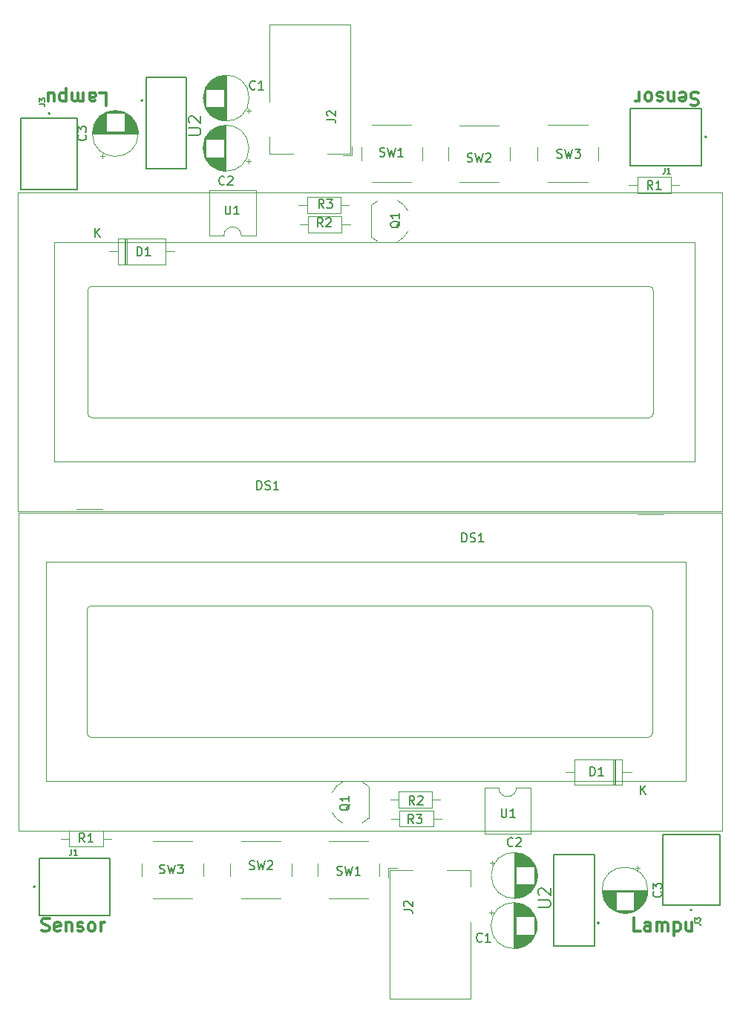
<source format=gbr>
%TF.GenerationSoftware,KiCad,Pcbnew,(6.0.0)*%
%TF.CreationDate,2022-01-31T19:39:53+07:00*%
%TF.ProjectId,eggmodel_V1.1,6567676d-6f64-4656-9c5f-56312e312e6b,rev?*%
%TF.SameCoordinates,Original*%
%TF.FileFunction,Legend,Top*%
%TF.FilePolarity,Positive*%
%FSLAX46Y46*%
G04 Gerber Fmt 4.6, Leading zero omitted, Abs format (unit mm)*
G04 Created by KiCad (PCBNEW (6.0.0)) date 2022-01-31 19:39:53*
%MOMM*%
%LPD*%
G01*
G04 APERTURE LIST*
%ADD10C,0.300000*%
%ADD11C,0.150000*%
%ADD12C,0.120000*%
%ADD13C,0.127000*%
%ADD14C,0.200000*%
G04 APERTURE END LIST*
D10*
X93591428Y-33421428D02*
X94305714Y-33421428D01*
X94305714Y-34921428D01*
X92448571Y-33421428D02*
X92448571Y-34207142D01*
X92520000Y-34350000D01*
X92662857Y-34421428D01*
X92948571Y-34421428D01*
X93091428Y-34350000D01*
X92448571Y-33492857D02*
X92591428Y-33421428D01*
X92948571Y-33421428D01*
X93091428Y-33492857D01*
X93162857Y-33635714D01*
X93162857Y-33778571D01*
X93091428Y-33921428D01*
X92948571Y-33992857D01*
X92591428Y-33992857D01*
X92448571Y-34064285D01*
X91734285Y-33421428D02*
X91734285Y-34421428D01*
X91734285Y-34278571D02*
X91662857Y-34350000D01*
X91520000Y-34421428D01*
X91305714Y-34421428D01*
X91162857Y-34350000D01*
X91091428Y-34207142D01*
X91091428Y-33421428D01*
X91091428Y-34207142D02*
X91020000Y-34350000D01*
X90877142Y-34421428D01*
X90662857Y-34421428D01*
X90520000Y-34350000D01*
X90448571Y-34207142D01*
X90448571Y-33421428D01*
X89734285Y-34421428D02*
X89734285Y-32921428D01*
X89734285Y-34350000D02*
X89591428Y-34421428D01*
X89305714Y-34421428D01*
X89162857Y-34350000D01*
X89091428Y-34278571D01*
X89020000Y-34135714D01*
X89020000Y-33707142D01*
X89091428Y-33564285D01*
X89162857Y-33492857D01*
X89305714Y-33421428D01*
X89591428Y-33421428D01*
X89734285Y-33492857D01*
X87734285Y-34421428D02*
X87734285Y-33421428D01*
X88377142Y-34421428D02*
X88377142Y-33635714D01*
X88305714Y-33492857D01*
X88162857Y-33421428D01*
X87948571Y-33421428D01*
X87805714Y-33492857D01*
X87734285Y-33564285D01*
X161870000Y-33462857D02*
X161655714Y-33391428D01*
X161298571Y-33391428D01*
X161155714Y-33462857D01*
X161084285Y-33534285D01*
X161012857Y-33677142D01*
X161012857Y-33820000D01*
X161084285Y-33962857D01*
X161155714Y-34034285D01*
X161298571Y-34105714D01*
X161584285Y-34177142D01*
X161727142Y-34248571D01*
X161798571Y-34320000D01*
X161870000Y-34462857D01*
X161870000Y-34605714D01*
X161798571Y-34748571D01*
X161727142Y-34820000D01*
X161584285Y-34891428D01*
X161227142Y-34891428D01*
X161012857Y-34820000D01*
X159798571Y-33462857D02*
X159941428Y-33391428D01*
X160227142Y-33391428D01*
X160370000Y-33462857D01*
X160441428Y-33605714D01*
X160441428Y-34177142D01*
X160370000Y-34320000D01*
X160227142Y-34391428D01*
X159941428Y-34391428D01*
X159798571Y-34320000D01*
X159727142Y-34177142D01*
X159727142Y-34034285D01*
X160441428Y-33891428D01*
X159084285Y-34391428D02*
X159084285Y-33391428D01*
X159084285Y-34248571D02*
X159012857Y-34320000D01*
X158870000Y-34391428D01*
X158655714Y-34391428D01*
X158512857Y-34320000D01*
X158441428Y-34177142D01*
X158441428Y-33391428D01*
X157798571Y-33462857D02*
X157655714Y-33391428D01*
X157370000Y-33391428D01*
X157227142Y-33462857D01*
X157155714Y-33605714D01*
X157155714Y-33677142D01*
X157227142Y-33820000D01*
X157370000Y-33891428D01*
X157584285Y-33891428D01*
X157727142Y-33962857D01*
X157798571Y-34105714D01*
X157798571Y-34177142D01*
X157727142Y-34320000D01*
X157584285Y-34391428D01*
X157370000Y-34391428D01*
X157227142Y-34320000D01*
X156298571Y-33391428D02*
X156441428Y-33462857D01*
X156512857Y-33534285D01*
X156584285Y-33677142D01*
X156584285Y-34105714D01*
X156512857Y-34248571D01*
X156441428Y-34320000D01*
X156298571Y-34391428D01*
X156084285Y-34391428D01*
X155941428Y-34320000D01*
X155870000Y-34248571D01*
X155798571Y-34105714D01*
X155798571Y-33677142D01*
X155870000Y-33534285D01*
X155941428Y-33462857D01*
X156084285Y-33391428D01*
X156298571Y-33391428D01*
X155155714Y-33391428D02*
X155155714Y-34391428D01*
X155155714Y-34105714D02*
X155084285Y-34248571D01*
X155012857Y-34320000D01*
X154870000Y-34391428D01*
X154727142Y-34391428D01*
X87000000Y-128917142D02*
X87214285Y-128988571D01*
X87571428Y-128988571D01*
X87714285Y-128917142D01*
X87785714Y-128845714D01*
X87857142Y-128702857D01*
X87857142Y-128560000D01*
X87785714Y-128417142D01*
X87714285Y-128345714D01*
X87571428Y-128274285D01*
X87285714Y-128202857D01*
X87142857Y-128131428D01*
X87071428Y-128060000D01*
X87000000Y-127917142D01*
X87000000Y-127774285D01*
X87071428Y-127631428D01*
X87142857Y-127560000D01*
X87285714Y-127488571D01*
X87642857Y-127488571D01*
X87857142Y-127560000D01*
X89071428Y-128917142D02*
X88928571Y-128988571D01*
X88642857Y-128988571D01*
X88500000Y-128917142D01*
X88428571Y-128774285D01*
X88428571Y-128202857D01*
X88500000Y-128060000D01*
X88642857Y-127988571D01*
X88928571Y-127988571D01*
X89071428Y-128060000D01*
X89142857Y-128202857D01*
X89142857Y-128345714D01*
X88428571Y-128488571D01*
X89785714Y-127988571D02*
X89785714Y-128988571D01*
X89785714Y-128131428D02*
X89857142Y-128060000D01*
X90000000Y-127988571D01*
X90214285Y-127988571D01*
X90357142Y-128060000D01*
X90428571Y-128202857D01*
X90428571Y-128988571D01*
X91071428Y-128917142D02*
X91214285Y-128988571D01*
X91500000Y-128988571D01*
X91642857Y-128917142D01*
X91714285Y-128774285D01*
X91714285Y-128702857D01*
X91642857Y-128560000D01*
X91500000Y-128488571D01*
X91285714Y-128488571D01*
X91142857Y-128417142D01*
X91071428Y-128274285D01*
X91071428Y-128202857D01*
X91142857Y-128060000D01*
X91285714Y-127988571D01*
X91500000Y-127988571D01*
X91642857Y-128060000D01*
X92571428Y-128988571D02*
X92428571Y-128917142D01*
X92357142Y-128845714D01*
X92285714Y-128702857D01*
X92285714Y-128274285D01*
X92357142Y-128131428D01*
X92428571Y-128060000D01*
X92571428Y-127988571D01*
X92785714Y-127988571D01*
X92928571Y-128060000D01*
X93000000Y-128131428D01*
X93071428Y-128274285D01*
X93071428Y-128702857D01*
X93000000Y-128845714D01*
X92928571Y-128917142D01*
X92785714Y-128988571D01*
X92571428Y-128988571D01*
X93714285Y-128988571D02*
X93714285Y-127988571D01*
X93714285Y-128274285D02*
X93785714Y-128131428D01*
X93857142Y-128060000D01*
X94000000Y-127988571D01*
X94142857Y-127988571D01*
X155278571Y-128958571D02*
X154564285Y-128958571D01*
X154564285Y-127458571D01*
X156421428Y-128958571D02*
X156421428Y-128172857D01*
X156350000Y-128030000D01*
X156207142Y-127958571D01*
X155921428Y-127958571D01*
X155778571Y-128030000D01*
X156421428Y-128887142D02*
X156278571Y-128958571D01*
X155921428Y-128958571D01*
X155778571Y-128887142D01*
X155707142Y-128744285D01*
X155707142Y-128601428D01*
X155778571Y-128458571D01*
X155921428Y-128387142D01*
X156278571Y-128387142D01*
X156421428Y-128315714D01*
X157135714Y-128958571D02*
X157135714Y-127958571D01*
X157135714Y-128101428D02*
X157207142Y-128030000D01*
X157350000Y-127958571D01*
X157564285Y-127958571D01*
X157707142Y-128030000D01*
X157778571Y-128172857D01*
X157778571Y-128958571D01*
X157778571Y-128172857D02*
X157850000Y-128030000D01*
X157992857Y-127958571D01*
X158207142Y-127958571D01*
X158350000Y-128030000D01*
X158421428Y-128172857D01*
X158421428Y-128958571D01*
X159135714Y-127958571D02*
X159135714Y-129458571D01*
X159135714Y-128030000D02*
X159278571Y-127958571D01*
X159564285Y-127958571D01*
X159707142Y-128030000D01*
X159778571Y-128101428D01*
X159850000Y-128244285D01*
X159850000Y-128672857D01*
X159778571Y-128815714D01*
X159707142Y-128887142D01*
X159564285Y-128958571D01*
X159278571Y-128958571D01*
X159135714Y-128887142D01*
X161135714Y-127958571D02*
X161135714Y-128958571D01*
X160492857Y-127958571D02*
X160492857Y-128744285D01*
X160564285Y-128887142D01*
X160707142Y-128958571D01*
X160921428Y-128958571D01*
X161064285Y-128887142D01*
X161135714Y-128815714D01*
D11*
%TO.C,C3*%
X91977142Y-38246666D02*
X92024761Y-38294285D01*
X92072380Y-38437142D01*
X92072380Y-38532380D01*
X92024761Y-38675238D01*
X91929523Y-38770476D01*
X91834285Y-38818095D01*
X91643809Y-38865714D01*
X91500952Y-38865714D01*
X91310476Y-38818095D01*
X91215238Y-38770476D01*
X91120000Y-38675238D01*
X91072380Y-38532380D01*
X91072380Y-38437142D01*
X91120000Y-38294285D01*
X91167619Y-38246666D01*
X91072380Y-37913333D02*
X91072380Y-37294285D01*
X91453333Y-37627619D01*
X91453333Y-37484761D01*
X91500952Y-37389523D01*
X91548571Y-37341904D01*
X91643809Y-37294285D01*
X91881904Y-37294285D01*
X91977142Y-37341904D01*
X92024761Y-37389523D01*
X92072380Y-37484761D01*
X92072380Y-37770476D01*
X92024761Y-37865714D01*
X91977142Y-37913333D01*
%TO.C,C2*%
X107823333Y-43867142D02*
X107775714Y-43914761D01*
X107632857Y-43962380D01*
X107537619Y-43962380D01*
X107394761Y-43914761D01*
X107299523Y-43819523D01*
X107251904Y-43724285D01*
X107204285Y-43533809D01*
X107204285Y-43390952D01*
X107251904Y-43200476D01*
X107299523Y-43105238D01*
X107394761Y-43010000D01*
X107537619Y-42962380D01*
X107632857Y-42962380D01*
X107775714Y-43010000D01*
X107823333Y-43057619D01*
X108204285Y-43057619D02*
X108251904Y-43010000D01*
X108347142Y-42962380D01*
X108585238Y-42962380D01*
X108680476Y-43010000D01*
X108728095Y-43057619D01*
X108775714Y-43152857D01*
X108775714Y-43248095D01*
X108728095Y-43390952D01*
X108156666Y-43962380D01*
X108775714Y-43962380D01*
%TO.C,C1*%
X111323333Y-32987142D02*
X111275714Y-33034761D01*
X111132857Y-33082380D01*
X111037619Y-33082380D01*
X110894761Y-33034761D01*
X110799523Y-32939523D01*
X110751904Y-32844285D01*
X110704285Y-32653809D01*
X110704285Y-32510952D01*
X110751904Y-32320476D01*
X110799523Y-32225238D01*
X110894761Y-32130000D01*
X111037619Y-32082380D01*
X111132857Y-32082380D01*
X111275714Y-32130000D01*
X111323333Y-32177619D01*
X112275714Y-33082380D02*
X111704285Y-33082380D01*
X111990000Y-33082380D02*
X111990000Y-32082380D01*
X111894761Y-32225238D01*
X111799523Y-32320476D01*
X111704285Y-32368095D01*
%TO.C,SW1*%
X125546666Y-40654761D02*
X125689523Y-40702380D01*
X125927619Y-40702380D01*
X126022857Y-40654761D01*
X126070476Y-40607142D01*
X126118095Y-40511904D01*
X126118095Y-40416666D01*
X126070476Y-40321428D01*
X126022857Y-40273809D01*
X125927619Y-40226190D01*
X125737142Y-40178571D01*
X125641904Y-40130952D01*
X125594285Y-40083333D01*
X125546666Y-39988095D01*
X125546666Y-39892857D01*
X125594285Y-39797619D01*
X125641904Y-39750000D01*
X125737142Y-39702380D01*
X125975238Y-39702380D01*
X126118095Y-39750000D01*
X126451428Y-39702380D02*
X126689523Y-40702380D01*
X126880000Y-39988095D01*
X127070476Y-40702380D01*
X127308571Y-39702380D01*
X128213333Y-40702380D02*
X127641904Y-40702380D01*
X127927619Y-40702380D02*
X127927619Y-39702380D01*
X127832380Y-39845238D01*
X127737142Y-39940476D01*
X127641904Y-39988095D01*
%TO.C,R3*%
X119163333Y-46592380D02*
X118830000Y-46116190D01*
X118591904Y-46592380D02*
X118591904Y-45592380D01*
X118972857Y-45592380D01*
X119068095Y-45640000D01*
X119115714Y-45687619D01*
X119163333Y-45782857D01*
X119163333Y-45925714D01*
X119115714Y-46020952D01*
X119068095Y-46068571D01*
X118972857Y-46116190D01*
X118591904Y-46116190D01*
X119496666Y-45592380D02*
X120115714Y-45592380D01*
X119782380Y-45973333D01*
X119925238Y-45973333D01*
X120020476Y-46020952D01*
X120068095Y-46068571D01*
X120115714Y-46163809D01*
X120115714Y-46401904D01*
X120068095Y-46497142D01*
X120020476Y-46544761D01*
X119925238Y-46592380D01*
X119639523Y-46592380D01*
X119544285Y-46544761D01*
X119496666Y-46497142D01*
%TO.C,J3*%
X86699415Y-34733399D02*
X87156699Y-34733399D01*
X87248156Y-34763884D01*
X87309127Y-34824856D01*
X87339613Y-34916313D01*
X87339613Y-34977284D01*
X86699415Y-34489514D02*
X86699415Y-34093201D01*
X86943300Y-34306600D01*
X86943300Y-34215143D01*
X86973785Y-34154172D01*
X87004271Y-34123686D01*
X87065242Y-34093201D01*
X87217670Y-34093201D01*
X87278642Y-34123686D01*
X87309127Y-34154172D01*
X87339613Y-34215143D01*
X87339613Y-34398057D01*
X87309127Y-34459028D01*
X87278642Y-34489514D01*
%TO.C,DS1*%
X111525714Y-78662380D02*
X111525714Y-77662380D01*
X111763809Y-77662380D01*
X111906666Y-77710000D01*
X112001904Y-77805238D01*
X112049523Y-77900476D01*
X112097142Y-78090952D01*
X112097142Y-78233809D01*
X112049523Y-78424285D01*
X112001904Y-78519523D01*
X111906666Y-78614761D01*
X111763809Y-78662380D01*
X111525714Y-78662380D01*
X112478095Y-78614761D02*
X112620952Y-78662380D01*
X112859047Y-78662380D01*
X112954285Y-78614761D01*
X113001904Y-78567142D01*
X113049523Y-78471904D01*
X113049523Y-78376666D01*
X113001904Y-78281428D01*
X112954285Y-78233809D01*
X112859047Y-78186190D01*
X112668571Y-78138571D01*
X112573333Y-78090952D01*
X112525714Y-78043333D01*
X112478095Y-77948095D01*
X112478095Y-77852857D01*
X112525714Y-77757619D01*
X112573333Y-77710000D01*
X112668571Y-77662380D01*
X112906666Y-77662380D01*
X113049523Y-77710000D01*
X114001904Y-78662380D02*
X113430476Y-78662380D01*
X113716190Y-78662380D02*
X113716190Y-77662380D01*
X113620952Y-77805238D01*
X113525714Y-77900476D01*
X113430476Y-77948095D01*
%TO.C,U2*%
X103711333Y-38266666D02*
X104844666Y-38266666D01*
X104978000Y-38200000D01*
X105044666Y-38133333D01*
X105111333Y-38000000D01*
X105111333Y-37733333D01*
X105044666Y-37600000D01*
X104978000Y-37533333D01*
X104844666Y-37466666D01*
X103711333Y-37466666D01*
X103844666Y-36866666D02*
X103778000Y-36800000D01*
X103711333Y-36666666D01*
X103711333Y-36333333D01*
X103778000Y-36200000D01*
X103844666Y-36133333D01*
X103978000Y-36066666D01*
X104111333Y-36066666D01*
X104311333Y-36133333D01*
X105111333Y-36933333D01*
X105111333Y-36066666D01*
%TO.C,J1*%
X158055100Y-42019415D02*
X158055100Y-42476699D01*
X158024615Y-42568156D01*
X157963643Y-42629127D01*
X157872186Y-42659613D01*
X157811215Y-42659613D01*
X158695298Y-42659613D02*
X158329471Y-42659613D01*
X158512384Y-42659613D02*
X158512384Y-42019415D01*
X158451413Y-42110872D01*
X158390442Y-42171843D01*
X158329471Y-42202329D01*
%TO.C,R2*%
X119043333Y-48722380D02*
X118710000Y-48246190D01*
X118471904Y-48722380D02*
X118471904Y-47722380D01*
X118852857Y-47722380D01*
X118948095Y-47770000D01*
X118995714Y-47817619D01*
X119043333Y-47912857D01*
X119043333Y-48055714D01*
X118995714Y-48150952D01*
X118948095Y-48198571D01*
X118852857Y-48246190D01*
X118471904Y-48246190D01*
X119424285Y-47817619D02*
X119471904Y-47770000D01*
X119567142Y-47722380D01*
X119805238Y-47722380D01*
X119900476Y-47770000D01*
X119948095Y-47817619D01*
X119995714Y-47912857D01*
X119995714Y-48008095D01*
X119948095Y-48150952D01*
X119376666Y-48722380D01*
X119995714Y-48722380D01*
%TO.C,Q1*%
X127857619Y-48085238D02*
X127810000Y-48180476D01*
X127714761Y-48275714D01*
X127571904Y-48418571D01*
X127524285Y-48513809D01*
X127524285Y-48609047D01*
X127762380Y-48561428D02*
X127714761Y-48656666D01*
X127619523Y-48751904D01*
X127429047Y-48799523D01*
X127095714Y-48799523D01*
X126905238Y-48751904D01*
X126810000Y-48656666D01*
X126762380Y-48561428D01*
X126762380Y-48370952D01*
X126810000Y-48275714D01*
X126905238Y-48180476D01*
X127095714Y-48132857D01*
X127429047Y-48132857D01*
X127619523Y-48180476D01*
X127714761Y-48275714D01*
X127762380Y-48370952D01*
X127762380Y-48561428D01*
X127762380Y-47180476D02*
X127762380Y-47751904D01*
X127762380Y-47466190D02*
X126762380Y-47466190D01*
X126905238Y-47561428D01*
X127000476Y-47656666D01*
X127048095Y-47751904D01*
%TO.C,SW3*%
X145756666Y-40834761D02*
X145899523Y-40882380D01*
X146137619Y-40882380D01*
X146232857Y-40834761D01*
X146280476Y-40787142D01*
X146328095Y-40691904D01*
X146328095Y-40596666D01*
X146280476Y-40501428D01*
X146232857Y-40453809D01*
X146137619Y-40406190D01*
X145947142Y-40358571D01*
X145851904Y-40310952D01*
X145804285Y-40263333D01*
X145756666Y-40168095D01*
X145756666Y-40072857D01*
X145804285Y-39977619D01*
X145851904Y-39930000D01*
X145947142Y-39882380D01*
X146185238Y-39882380D01*
X146328095Y-39930000D01*
X146661428Y-39882380D02*
X146899523Y-40882380D01*
X147090000Y-40168095D01*
X147280476Y-40882380D01*
X147518571Y-39882380D01*
X147804285Y-39882380D02*
X148423333Y-39882380D01*
X148090000Y-40263333D01*
X148232857Y-40263333D01*
X148328095Y-40310952D01*
X148375714Y-40358571D01*
X148423333Y-40453809D01*
X148423333Y-40691904D01*
X148375714Y-40787142D01*
X148328095Y-40834761D01*
X148232857Y-40882380D01*
X147947142Y-40882380D01*
X147851904Y-40834761D01*
X147804285Y-40787142D01*
%TO.C,SW2*%
X135536666Y-41284761D02*
X135679523Y-41332380D01*
X135917619Y-41332380D01*
X136012857Y-41284761D01*
X136060476Y-41237142D01*
X136108095Y-41141904D01*
X136108095Y-41046666D01*
X136060476Y-40951428D01*
X136012857Y-40903809D01*
X135917619Y-40856190D01*
X135727142Y-40808571D01*
X135631904Y-40760952D01*
X135584285Y-40713333D01*
X135536666Y-40618095D01*
X135536666Y-40522857D01*
X135584285Y-40427619D01*
X135631904Y-40380000D01*
X135727142Y-40332380D01*
X135965238Y-40332380D01*
X136108095Y-40380000D01*
X136441428Y-40332380D02*
X136679523Y-41332380D01*
X136870000Y-40618095D01*
X137060476Y-41332380D01*
X137298571Y-40332380D01*
X137631904Y-40427619D02*
X137679523Y-40380000D01*
X137774761Y-40332380D01*
X138012857Y-40332380D01*
X138108095Y-40380000D01*
X138155714Y-40427619D01*
X138203333Y-40522857D01*
X138203333Y-40618095D01*
X138155714Y-40760952D01*
X137584285Y-41332380D01*
X138203333Y-41332380D01*
%TO.C,J2*%
X119504880Y-36503333D02*
X120219166Y-36503333D01*
X120362023Y-36550952D01*
X120457261Y-36646190D01*
X120504880Y-36789047D01*
X120504880Y-36884285D01*
X119600119Y-36074761D02*
X119552500Y-36027142D01*
X119504880Y-35931904D01*
X119504880Y-35693809D01*
X119552500Y-35598571D01*
X119600119Y-35550952D01*
X119695357Y-35503333D01*
X119790595Y-35503333D01*
X119933452Y-35550952D01*
X120504880Y-36122380D01*
X120504880Y-35503333D01*
%TO.C,D1*%
X97851904Y-52022380D02*
X97851904Y-51022380D01*
X98090000Y-51022380D01*
X98232857Y-51070000D01*
X98328095Y-51165238D01*
X98375714Y-51260476D01*
X98423333Y-51450952D01*
X98423333Y-51593809D01*
X98375714Y-51784285D01*
X98328095Y-51879523D01*
X98232857Y-51974761D01*
X98090000Y-52022380D01*
X97851904Y-52022380D01*
X99375714Y-52022380D02*
X98804285Y-52022380D01*
X99090000Y-52022380D02*
X99090000Y-51022380D01*
X98994761Y-51165238D01*
X98899523Y-51260476D01*
X98804285Y-51308095D01*
X93038095Y-49882380D02*
X93038095Y-48882380D01*
X93609523Y-49882380D02*
X93180952Y-49310952D01*
X93609523Y-48882380D02*
X93038095Y-49453809D01*
%TO.C,U1*%
X107928095Y-46297380D02*
X107928095Y-47106904D01*
X107975714Y-47202142D01*
X108023333Y-47249761D01*
X108118571Y-47297380D01*
X108309047Y-47297380D01*
X108404285Y-47249761D01*
X108451904Y-47202142D01*
X108499523Y-47106904D01*
X108499523Y-46297380D01*
X109499523Y-47297380D02*
X108928095Y-47297380D01*
X109213809Y-47297380D02*
X109213809Y-46297380D01*
X109118571Y-46440238D01*
X109023333Y-46535476D01*
X108928095Y-46583095D01*
%TO.C,R1*%
X156663333Y-44462380D02*
X156330000Y-43986190D01*
X156091904Y-44462380D02*
X156091904Y-43462380D01*
X156472857Y-43462380D01*
X156568095Y-43510000D01*
X156615714Y-43557619D01*
X156663333Y-43652857D01*
X156663333Y-43795714D01*
X156615714Y-43890952D01*
X156568095Y-43938571D01*
X156472857Y-43986190D01*
X156091904Y-43986190D01*
X157615714Y-44462380D02*
X157044285Y-44462380D01*
X157330000Y-44462380D02*
X157330000Y-43462380D01*
X157234761Y-43605238D01*
X157139523Y-43700476D01*
X157044285Y-43748095D01*
%TO.C,C3*%
X157607142Y-124466666D02*
X157654761Y-124514285D01*
X157702380Y-124657142D01*
X157702380Y-124752380D01*
X157654761Y-124895238D01*
X157559523Y-124990476D01*
X157464285Y-125038095D01*
X157273809Y-125085714D01*
X157130952Y-125085714D01*
X156940476Y-125038095D01*
X156845238Y-124990476D01*
X156750000Y-124895238D01*
X156702380Y-124752380D01*
X156702380Y-124657142D01*
X156750000Y-124514285D01*
X156797619Y-124466666D01*
X156702380Y-124133333D02*
X156702380Y-123514285D01*
X157083333Y-123847619D01*
X157083333Y-123704761D01*
X157130952Y-123609523D01*
X157178571Y-123561904D01*
X157273809Y-123514285D01*
X157511904Y-123514285D01*
X157607142Y-123561904D01*
X157654761Y-123609523D01*
X157702380Y-123704761D01*
X157702380Y-123990476D01*
X157654761Y-124085714D01*
X157607142Y-124133333D01*
%TO.C,C2*%
X140713333Y-119227142D02*
X140665714Y-119274761D01*
X140522857Y-119322380D01*
X140427619Y-119322380D01*
X140284761Y-119274761D01*
X140189523Y-119179523D01*
X140141904Y-119084285D01*
X140094285Y-118893809D01*
X140094285Y-118750952D01*
X140141904Y-118560476D01*
X140189523Y-118465238D01*
X140284761Y-118370000D01*
X140427619Y-118322380D01*
X140522857Y-118322380D01*
X140665714Y-118370000D01*
X140713333Y-118417619D01*
X141094285Y-118417619D02*
X141141904Y-118370000D01*
X141237142Y-118322380D01*
X141475238Y-118322380D01*
X141570476Y-118370000D01*
X141618095Y-118417619D01*
X141665714Y-118512857D01*
X141665714Y-118608095D01*
X141618095Y-118750952D01*
X141046666Y-119322380D01*
X141665714Y-119322380D01*
%TO.C,C1*%
X137213333Y-130107142D02*
X137165714Y-130154761D01*
X137022857Y-130202380D01*
X136927619Y-130202380D01*
X136784761Y-130154761D01*
X136689523Y-130059523D01*
X136641904Y-129964285D01*
X136594285Y-129773809D01*
X136594285Y-129630952D01*
X136641904Y-129440476D01*
X136689523Y-129345238D01*
X136784761Y-129250000D01*
X136927619Y-129202380D01*
X137022857Y-129202380D01*
X137165714Y-129250000D01*
X137213333Y-129297619D01*
X138165714Y-130202380D02*
X137594285Y-130202380D01*
X137880000Y-130202380D02*
X137880000Y-129202380D01*
X137784761Y-129345238D01*
X137689523Y-129440476D01*
X137594285Y-129488095D01*
%TO.C,SW2*%
X110666666Y-121904761D02*
X110809523Y-121952380D01*
X111047619Y-121952380D01*
X111142857Y-121904761D01*
X111190476Y-121857142D01*
X111238095Y-121761904D01*
X111238095Y-121666666D01*
X111190476Y-121571428D01*
X111142857Y-121523809D01*
X111047619Y-121476190D01*
X110857142Y-121428571D01*
X110761904Y-121380952D01*
X110714285Y-121333333D01*
X110666666Y-121238095D01*
X110666666Y-121142857D01*
X110714285Y-121047619D01*
X110761904Y-121000000D01*
X110857142Y-120952380D01*
X111095238Y-120952380D01*
X111238095Y-121000000D01*
X111571428Y-120952380D02*
X111809523Y-121952380D01*
X112000000Y-121238095D01*
X112190476Y-121952380D01*
X112428571Y-120952380D01*
X112761904Y-121047619D02*
X112809523Y-121000000D01*
X112904761Y-120952380D01*
X113142857Y-120952380D01*
X113238095Y-121000000D01*
X113285714Y-121047619D01*
X113333333Y-121142857D01*
X113333333Y-121238095D01*
X113285714Y-121380952D01*
X112714285Y-121952380D01*
X113333333Y-121952380D01*
%TO.C,U2*%
X143625333Y-126246666D02*
X144758666Y-126246666D01*
X144892000Y-126180000D01*
X144958666Y-126113333D01*
X145025333Y-125980000D01*
X145025333Y-125713333D01*
X144958666Y-125580000D01*
X144892000Y-125513333D01*
X144758666Y-125446666D01*
X143625333Y-125446666D01*
X143758666Y-124846666D02*
X143692000Y-124780000D01*
X143625333Y-124646666D01*
X143625333Y-124313333D01*
X143692000Y-124180000D01*
X143758666Y-124113333D01*
X143892000Y-124046666D01*
X144025333Y-124046666D01*
X144225333Y-124113333D01*
X145025333Y-124913333D01*
X145025333Y-124046666D01*
%TO.C,U1*%
X139418095Y-114987380D02*
X139418095Y-115796904D01*
X139465714Y-115892142D01*
X139513333Y-115939761D01*
X139608571Y-115987380D01*
X139799047Y-115987380D01*
X139894285Y-115939761D01*
X139941904Y-115892142D01*
X139989523Y-115796904D01*
X139989523Y-114987380D01*
X140989523Y-115987380D02*
X140418095Y-115987380D01*
X140703809Y-115987380D02*
X140703809Y-114987380D01*
X140608571Y-115130238D01*
X140513333Y-115225476D01*
X140418095Y-115273095D01*
%TO.C,SW3*%
X100446666Y-122354761D02*
X100589523Y-122402380D01*
X100827619Y-122402380D01*
X100922857Y-122354761D01*
X100970476Y-122307142D01*
X101018095Y-122211904D01*
X101018095Y-122116666D01*
X100970476Y-122021428D01*
X100922857Y-121973809D01*
X100827619Y-121926190D01*
X100637142Y-121878571D01*
X100541904Y-121830952D01*
X100494285Y-121783333D01*
X100446666Y-121688095D01*
X100446666Y-121592857D01*
X100494285Y-121497619D01*
X100541904Y-121450000D01*
X100637142Y-121402380D01*
X100875238Y-121402380D01*
X101018095Y-121450000D01*
X101351428Y-121402380D02*
X101589523Y-122402380D01*
X101780000Y-121688095D01*
X101970476Y-122402380D01*
X102208571Y-121402380D01*
X102494285Y-121402380D02*
X103113333Y-121402380D01*
X102780000Y-121783333D01*
X102922857Y-121783333D01*
X103018095Y-121830952D01*
X103065714Y-121878571D01*
X103113333Y-121973809D01*
X103113333Y-122211904D01*
X103065714Y-122307142D01*
X103018095Y-122354761D01*
X102922857Y-122402380D01*
X102637142Y-122402380D01*
X102541904Y-122354761D01*
X102494285Y-122307142D01*
%TO.C,SW1*%
X120656666Y-122534761D02*
X120799523Y-122582380D01*
X121037619Y-122582380D01*
X121132857Y-122534761D01*
X121180476Y-122487142D01*
X121228095Y-122391904D01*
X121228095Y-122296666D01*
X121180476Y-122201428D01*
X121132857Y-122153809D01*
X121037619Y-122106190D01*
X120847142Y-122058571D01*
X120751904Y-122010952D01*
X120704285Y-121963333D01*
X120656666Y-121868095D01*
X120656666Y-121772857D01*
X120704285Y-121677619D01*
X120751904Y-121630000D01*
X120847142Y-121582380D01*
X121085238Y-121582380D01*
X121228095Y-121630000D01*
X121561428Y-121582380D02*
X121799523Y-122582380D01*
X121990000Y-121868095D01*
X122180476Y-122582380D01*
X122418571Y-121582380D01*
X123323333Y-122582380D02*
X122751904Y-122582380D01*
X123037619Y-122582380D02*
X123037619Y-121582380D01*
X122942380Y-121725238D01*
X122847142Y-121820476D01*
X122751904Y-121868095D01*
%TO.C,R3*%
X129373333Y-116692380D02*
X129040000Y-116216190D01*
X128801904Y-116692380D02*
X128801904Y-115692380D01*
X129182857Y-115692380D01*
X129278095Y-115740000D01*
X129325714Y-115787619D01*
X129373333Y-115882857D01*
X129373333Y-116025714D01*
X129325714Y-116120952D01*
X129278095Y-116168571D01*
X129182857Y-116216190D01*
X128801904Y-116216190D01*
X129706666Y-115692380D02*
X130325714Y-115692380D01*
X129992380Y-116073333D01*
X130135238Y-116073333D01*
X130230476Y-116120952D01*
X130278095Y-116168571D01*
X130325714Y-116263809D01*
X130325714Y-116501904D01*
X130278095Y-116597142D01*
X130230476Y-116644761D01*
X130135238Y-116692380D01*
X129849523Y-116692380D01*
X129754285Y-116644761D01*
X129706666Y-116597142D01*
%TO.C,R2*%
X129493333Y-114562380D02*
X129160000Y-114086190D01*
X128921904Y-114562380D02*
X128921904Y-113562380D01*
X129302857Y-113562380D01*
X129398095Y-113610000D01*
X129445714Y-113657619D01*
X129493333Y-113752857D01*
X129493333Y-113895714D01*
X129445714Y-113990952D01*
X129398095Y-114038571D01*
X129302857Y-114086190D01*
X128921904Y-114086190D01*
X129874285Y-113657619D02*
X129921904Y-113610000D01*
X130017142Y-113562380D01*
X130255238Y-113562380D01*
X130350476Y-113610000D01*
X130398095Y-113657619D01*
X130445714Y-113752857D01*
X130445714Y-113848095D01*
X130398095Y-113990952D01*
X129826666Y-114562380D01*
X130445714Y-114562380D01*
%TO.C,R1*%
X91873333Y-118822380D02*
X91540000Y-118346190D01*
X91301904Y-118822380D02*
X91301904Y-117822380D01*
X91682857Y-117822380D01*
X91778095Y-117870000D01*
X91825714Y-117917619D01*
X91873333Y-118012857D01*
X91873333Y-118155714D01*
X91825714Y-118250952D01*
X91778095Y-118298571D01*
X91682857Y-118346190D01*
X91301904Y-118346190D01*
X92825714Y-118822380D02*
X92254285Y-118822380D01*
X92540000Y-118822380D02*
X92540000Y-117822380D01*
X92444761Y-117965238D01*
X92349523Y-118060476D01*
X92254285Y-118108095D01*
%TO.C,Q1*%
X122107619Y-114485238D02*
X122060000Y-114580476D01*
X121964761Y-114675714D01*
X121821904Y-114818571D01*
X121774285Y-114913809D01*
X121774285Y-115009047D01*
X122012380Y-114961428D02*
X121964761Y-115056666D01*
X121869523Y-115151904D01*
X121679047Y-115199523D01*
X121345714Y-115199523D01*
X121155238Y-115151904D01*
X121060000Y-115056666D01*
X121012380Y-114961428D01*
X121012380Y-114770952D01*
X121060000Y-114675714D01*
X121155238Y-114580476D01*
X121345714Y-114532857D01*
X121679047Y-114532857D01*
X121869523Y-114580476D01*
X121964761Y-114675714D01*
X122012380Y-114770952D01*
X122012380Y-114961428D01*
X122012380Y-113580476D02*
X122012380Y-114151904D01*
X122012380Y-113866190D02*
X121012380Y-113866190D01*
X121155238Y-113961428D01*
X121250476Y-114056666D01*
X121298095Y-114151904D01*
%TO.C,J3*%
X161469415Y-128073399D02*
X161926699Y-128073399D01*
X162018156Y-128103884D01*
X162079127Y-128164856D01*
X162109613Y-128256313D01*
X162109613Y-128317284D01*
X161469415Y-127829514D02*
X161469415Y-127433201D01*
X161713300Y-127646600D01*
X161713300Y-127555143D01*
X161743785Y-127494172D01*
X161774271Y-127463686D01*
X161835242Y-127433201D01*
X161987670Y-127433201D01*
X162048642Y-127463686D01*
X162079127Y-127494172D01*
X162109613Y-127555143D01*
X162109613Y-127738057D01*
X162079127Y-127799028D01*
X162048642Y-127829514D01*
%TO.C,J2*%
X128269880Y-126543333D02*
X128984166Y-126543333D01*
X129127023Y-126590952D01*
X129222261Y-126686190D01*
X129269880Y-126829047D01*
X129269880Y-126924285D01*
X128365119Y-126114761D02*
X128317500Y-126067142D01*
X128269880Y-125971904D01*
X128269880Y-125733809D01*
X128317500Y-125638571D01*
X128365119Y-125590952D01*
X128460357Y-125543333D01*
X128555595Y-125543333D01*
X128698452Y-125590952D01*
X129269880Y-126162380D01*
X129269880Y-125543333D01*
%TO.C,J1*%
X90388100Y-119659415D02*
X90388100Y-120116699D01*
X90357615Y-120208156D01*
X90296643Y-120269127D01*
X90205186Y-120299613D01*
X90144215Y-120299613D01*
X91028298Y-120299613D02*
X90662471Y-120299613D01*
X90845384Y-120299613D02*
X90845384Y-119659415D01*
X90784413Y-119750872D01*
X90723442Y-119811843D01*
X90662471Y-119842329D01*
%TO.C,DS1*%
X134915714Y-84622380D02*
X134915714Y-83622380D01*
X135153809Y-83622380D01*
X135296666Y-83670000D01*
X135391904Y-83765238D01*
X135439523Y-83860476D01*
X135487142Y-84050952D01*
X135487142Y-84193809D01*
X135439523Y-84384285D01*
X135391904Y-84479523D01*
X135296666Y-84574761D01*
X135153809Y-84622380D01*
X134915714Y-84622380D01*
X135868095Y-84574761D02*
X136010952Y-84622380D01*
X136249047Y-84622380D01*
X136344285Y-84574761D01*
X136391904Y-84527142D01*
X136439523Y-84431904D01*
X136439523Y-84336666D01*
X136391904Y-84241428D01*
X136344285Y-84193809D01*
X136249047Y-84146190D01*
X136058571Y-84098571D01*
X135963333Y-84050952D01*
X135915714Y-84003333D01*
X135868095Y-83908095D01*
X135868095Y-83812857D01*
X135915714Y-83717619D01*
X135963333Y-83670000D01*
X136058571Y-83622380D01*
X136296666Y-83622380D01*
X136439523Y-83670000D01*
X137391904Y-84622380D02*
X136820476Y-84622380D01*
X137106190Y-84622380D02*
X137106190Y-83622380D01*
X137010952Y-83765238D01*
X136915714Y-83860476D01*
X136820476Y-83908095D01*
%TO.C,D1*%
X149541904Y-111262380D02*
X149541904Y-110262380D01*
X149780000Y-110262380D01*
X149922857Y-110310000D01*
X150018095Y-110405238D01*
X150065714Y-110500476D01*
X150113333Y-110690952D01*
X150113333Y-110833809D01*
X150065714Y-111024285D01*
X150018095Y-111119523D01*
X149922857Y-111214761D01*
X149780000Y-111262380D01*
X149541904Y-111262380D01*
X151065714Y-111262380D02*
X150494285Y-111262380D01*
X150780000Y-111262380D02*
X150780000Y-110262380D01*
X150684761Y-110405238D01*
X150589523Y-110500476D01*
X150494285Y-110548095D01*
X155308095Y-113402380D02*
X155308095Y-112402380D01*
X155879523Y-113402380D02*
X155450952Y-112830952D01*
X155879523Y-112402380D02*
X155308095Y-112973809D01*
D12*
%TO.C,C3*%
X96410000Y-36319000D02*
X97271000Y-36319000D01*
X96410000Y-36559000D02*
X97465000Y-36559000D01*
X96410000Y-36079000D02*
X97023000Y-36079000D01*
X94119000Y-35799000D02*
X94330000Y-35799000D01*
X92801000Y-37840000D02*
X94330000Y-37840000D01*
X93399000Y-36399000D02*
X94330000Y-36399000D01*
X92988000Y-37079000D02*
X94330000Y-37079000D01*
X93870000Y-35959000D02*
X94330000Y-35959000D01*
X93927000Y-35919000D02*
X94330000Y-35919000D01*
X96410000Y-36879000D02*
X97660000Y-36879000D01*
X92834000Y-37600000D02*
X94330000Y-37600000D01*
X94565000Y-35599000D02*
X96175000Y-35599000D01*
X93433000Y-36359000D02*
X94330000Y-36359000D01*
X93506000Y-36279000D02*
X94330000Y-36279000D01*
X96410000Y-36359000D02*
X97307000Y-36359000D01*
X96410000Y-37319000D02*
X97838000Y-37319000D01*
X96410000Y-36399000D02*
X97341000Y-36399000D01*
X93627000Y-36159000D02*
X94330000Y-36159000D01*
X93366000Y-36439000D02*
X94330000Y-36439000D01*
X96410000Y-37680000D02*
X97920000Y-37680000D01*
X93335000Y-36479000D02*
X94330000Y-36479000D01*
X96410000Y-36159000D02*
X97113000Y-36159000D01*
X96410000Y-36759000D02*
X97594000Y-36759000D01*
X96410000Y-36239000D02*
X97196000Y-36239000D01*
X96410000Y-36919000D02*
X97680000Y-36919000D01*
X96410000Y-36199000D02*
X97155000Y-36199000D01*
X96410000Y-36439000D02*
X97374000Y-36439000D01*
X96410000Y-35999000D02*
X96924000Y-35999000D01*
X92842000Y-37560000D02*
X94330000Y-37560000D01*
X96410000Y-37239000D02*
X97812000Y-37239000D01*
X96410000Y-36599000D02*
X97492000Y-36599000D01*
X92797000Y-37880000D02*
X97943000Y-37880000D01*
X92956000Y-37159000D02*
X94330000Y-37159000D01*
X96410000Y-37600000D02*
X97906000Y-37600000D01*
X92869000Y-37440000D02*
X94330000Y-37440000D01*
X96410000Y-37840000D02*
X97939000Y-37840000D01*
X94192000Y-35759000D02*
X96548000Y-35759000D01*
X92827000Y-37640000D02*
X94330000Y-37640000D01*
X96410000Y-35959000D02*
X96870000Y-35959000D01*
X93645000Y-40634775D02*
X94145000Y-40634775D01*
X92890000Y-37359000D02*
X94330000Y-37359000D01*
X93469000Y-36319000D02*
X94330000Y-36319000D01*
X92902000Y-37319000D02*
X94330000Y-37319000D01*
X93102000Y-36839000D02*
X94330000Y-36839000D01*
X96410000Y-37800000D02*
X97935000Y-37800000D01*
X96410000Y-37199000D02*
X97798000Y-37199000D01*
X93275000Y-36559000D02*
X94330000Y-36559000D01*
X96410000Y-36639000D02*
X97519000Y-36639000D01*
X93987000Y-35879000D02*
X94330000Y-35879000D01*
X96410000Y-37039000D02*
X97735000Y-37039000D01*
X92942000Y-37199000D02*
X94330000Y-37199000D01*
X96410000Y-37440000D02*
X97871000Y-37440000D01*
X96410000Y-37760000D02*
X97931000Y-37760000D01*
X94455000Y-35639000D02*
X96285000Y-35639000D01*
X93895000Y-40884775D02*
X93895000Y-40384775D01*
X93123000Y-36799000D02*
X94330000Y-36799000D01*
X92792000Y-37960000D02*
X97948000Y-37960000D01*
X92790000Y-38080000D02*
X97950000Y-38080000D01*
X92820000Y-37680000D02*
X94330000Y-37680000D01*
X92972000Y-37119000D02*
X94330000Y-37119000D01*
X96410000Y-37400000D02*
X97861000Y-37400000D01*
X93060000Y-36919000D02*
X94330000Y-36919000D01*
X96410000Y-37279000D02*
X97825000Y-37279000D01*
X96410000Y-36279000D02*
X97234000Y-36279000D01*
X93170000Y-36719000D02*
X94330000Y-36719000D01*
X93221000Y-36639000D02*
X94330000Y-36639000D01*
X96410000Y-36119000D02*
X97069000Y-36119000D01*
X96410000Y-37640000D02*
X97913000Y-37640000D01*
X92791000Y-38000000D02*
X97949000Y-38000000D01*
X93080000Y-36879000D02*
X94330000Y-36879000D01*
X96410000Y-36999000D02*
X97718000Y-36999000D01*
X96410000Y-37560000D02*
X97898000Y-37560000D01*
X96410000Y-37359000D02*
X97850000Y-37359000D01*
X96410000Y-36839000D02*
X97638000Y-36839000D01*
X96410000Y-35879000D02*
X96753000Y-35879000D01*
X96410000Y-36479000D02*
X97405000Y-36479000D01*
X95086000Y-35479000D02*
X95654000Y-35479000D01*
X93765000Y-36039000D02*
X94330000Y-36039000D01*
X92809000Y-37760000D02*
X94330000Y-37760000D01*
X93717000Y-36079000D02*
X94330000Y-36079000D01*
X92879000Y-37400000D02*
X94330000Y-37400000D01*
X92805000Y-37800000D02*
X94330000Y-37800000D01*
X94359000Y-35679000D02*
X96381000Y-35679000D01*
X96410000Y-37520000D02*
X97890000Y-37520000D01*
X96410000Y-36719000D02*
X97570000Y-36719000D01*
X92859000Y-37480000D02*
X94330000Y-37480000D01*
X96410000Y-36039000D02*
X96975000Y-36039000D01*
X93585000Y-36199000D02*
X94330000Y-36199000D01*
X94272000Y-35719000D02*
X96468000Y-35719000D01*
X96410000Y-37119000D02*
X97768000Y-37119000D01*
X96410000Y-35919000D02*
X96813000Y-35919000D01*
X94693000Y-35559000D02*
X96047000Y-35559000D01*
X93195000Y-36679000D02*
X94330000Y-36679000D01*
X92814000Y-37720000D02*
X94330000Y-37720000D01*
X96410000Y-35799000D02*
X96621000Y-35799000D01*
X96410000Y-37079000D02*
X97752000Y-37079000D01*
X93041000Y-36959000D02*
X94330000Y-36959000D01*
X96410000Y-36519000D02*
X97435000Y-36519000D01*
X94852000Y-35519000D02*
X95888000Y-35519000D01*
X96410000Y-35839000D02*
X96689000Y-35839000D01*
X92915000Y-37279000D02*
X94330000Y-37279000D01*
X92850000Y-37520000D02*
X94330000Y-37520000D01*
X96410000Y-37720000D02*
X97926000Y-37720000D01*
X93544000Y-36239000D02*
X94330000Y-36239000D01*
X92790000Y-38040000D02*
X97950000Y-38040000D01*
X96410000Y-37159000D02*
X97784000Y-37159000D01*
X94051000Y-35839000D02*
X94330000Y-35839000D01*
X93671000Y-36119000D02*
X94330000Y-36119000D01*
X96410000Y-37480000D02*
X97881000Y-37480000D01*
X93816000Y-35999000D02*
X94330000Y-35999000D01*
X96410000Y-36959000D02*
X97699000Y-36959000D01*
X93248000Y-36599000D02*
X94330000Y-36599000D01*
X93022000Y-36999000D02*
X94330000Y-36999000D01*
X92794000Y-37920000D02*
X97946000Y-37920000D01*
X93146000Y-36759000D02*
X94330000Y-36759000D01*
X96410000Y-36799000D02*
X97617000Y-36799000D01*
X93005000Y-37039000D02*
X94330000Y-37039000D01*
X92928000Y-37239000D02*
X94330000Y-37239000D01*
X96410000Y-36679000D02*
X97545000Y-36679000D01*
X93305000Y-36519000D02*
X94330000Y-36519000D01*
X97990000Y-38080000D02*
G75*
G03*
X97990000Y-38080000I-2620000J0D01*
G01*
%TO.C,C2*%
X107590000Y-38720000D02*
X107590000Y-37210000D01*
X107350000Y-42261000D02*
X107350000Y-40800000D01*
X107029000Y-42158000D02*
X107029000Y-40800000D01*
X107109000Y-38720000D02*
X107109000Y-37332000D01*
X107430000Y-42280000D02*
X107430000Y-40800000D01*
X106229000Y-41661000D02*
X106229000Y-40800000D01*
X105909000Y-38720000D02*
X105909000Y-38206000D01*
X105509000Y-40565000D02*
X105509000Y-38955000D01*
X107189000Y-42215000D02*
X107189000Y-40800000D01*
X105869000Y-41260000D02*
X105869000Y-40800000D01*
X105949000Y-38720000D02*
X105949000Y-38155000D01*
X106349000Y-41764000D02*
X106349000Y-40800000D01*
X106949000Y-38720000D02*
X106949000Y-37395000D01*
X106869000Y-38720000D02*
X106869000Y-37431000D01*
X107109000Y-42188000D02*
X107109000Y-40800000D01*
X106509000Y-38720000D02*
X106509000Y-37638000D01*
X107390000Y-38720000D02*
X107390000Y-37249000D01*
X107390000Y-42271000D02*
X107390000Y-40800000D01*
X106149000Y-41586000D02*
X106149000Y-40800000D01*
X105989000Y-38720000D02*
X105989000Y-38107000D01*
X107910000Y-42339000D02*
X107910000Y-37181000D01*
X107830000Y-42336000D02*
X107830000Y-37184000D01*
X107670000Y-38720000D02*
X107670000Y-37199000D01*
X107149000Y-38720000D02*
X107149000Y-37318000D01*
X106709000Y-38720000D02*
X106709000Y-37513000D01*
X107710000Y-38720000D02*
X107710000Y-37195000D01*
X106949000Y-42125000D02*
X106949000Y-40800000D01*
X106069000Y-38720000D02*
X106069000Y-38017000D01*
X107750000Y-38720000D02*
X107750000Y-37191000D01*
X107229000Y-38720000D02*
X107229000Y-37292000D01*
X105709000Y-38720000D02*
X105709000Y-38509000D01*
X107630000Y-38720000D02*
X107630000Y-37204000D01*
X106469000Y-41855000D02*
X106469000Y-40800000D01*
X106989000Y-42142000D02*
X106989000Y-40800000D01*
X107630000Y-42316000D02*
X107630000Y-40800000D01*
X107550000Y-38720000D02*
X107550000Y-37217000D01*
X107870000Y-42338000D02*
X107870000Y-37182000D01*
X105829000Y-38720000D02*
X105829000Y-38317000D01*
X105669000Y-40938000D02*
X105669000Y-38582000D01*
X106109000Y-38720000D02*
X106109000Y-37975000D01*
X105629000Y-40858000D02*
X105629000Y-38662000D01*
X106829000Y-42070000D02*
X106829000Y-40800000D01*
X107229000Y-42228000D02*
X107229000Y-40800000D01*
X107470000Y-38720000D02*
X107470000Y-37232000D01*
X106349000Y-38720000D02*
X106349000Y-37756000D01*
X106549000Y-38720000D02*
X106549000Y-37611000D01*
X107430000Y-38720000D02*
X107430000Y-37240000D01*
X106189000Y-41624000D02*
X106189000Y-40800000D01*
X106029000Y-41459000D02*
X106029000Y-40800000D01*
X106149000Y-38720000D02*
X106149000Y-37934000D01*
X105589000Y-40771000D02*
X105589000Y-38749000D01*
X106669000Y-38720000D02*
X106669000Y-37536000D01*
X105989000Y-41413000D02*
X105989000Y-40800000D01*
X105709000Y-41011000D02*
X105709000Y-40800000D01*
X106789000Y-42050000D02*
X106789000Y-40800000D01*
X106469000Y-38720000D02*
X106469000Y-37665000D01*
X106269000Y-41697000D02*
X106269000Y-40800000D01*
X105789000Y-41143000D02*
X105789000Y-40800000D01*
X107149000Y-42202000D02*
X107149000Y-40800000D01*
X106309000Y-38720000D02*
X106309000Y-37789000D01*
X107710000Y-42325000D02*
X107710000Y-40800000D01*
X106109000Y-41545000D02*
X106109000Y-40800000D01*
X106509000Y-41882000D02*
X106509000Y-40800000D01*
X106909000Y-38720000D02*
X106909000Y-37412000D01*
X106389000Y-41795000D02*
X106389000Y-40800000D01*
X105949000Y-41365000D02*
X105949000Y-40800000D01*
X107590000Y-42310000D02*
X107590000Y-40800000D01*
X105469000Y-40437000D02*
X105469000Y-39083000D01*
X107269000Y-42240000D02*
X107269000Y-40800000D01*
X107510000Y-42296000D02*
X107510000Y-40800000D01*
X106549000Y-41909000D02*
X106549000Y-40800000D01*
X106589000Y-41935000D02*
X106589000Y-40800000D01*
X105549000Y-40675000D02*
X105549000Y-38845000D01*
X106669000Y-41984000D02*
X106669000Y-40800000D01*
X105909000Y-41314000D02*
X105909000Y-40800000D01*
X107069000Y-42174000D02*
X107069000Y-40800000D01*
X106869000Y-42089000D02*
X106869000Y-40800000D01*
X105749000Y-38720000D02*
X105749000Y-38441000D01*
X106069000Y-41503000D02*
X106069000Y-40800000D01*
X106429000Y-38720000D02*
X106429000Y-37695000D01*
X106749000Y-42028000D02*
X106749000Y-40800000D01*
X106709000Y-42007000D02*
X106709000Y-40800000D01*
X107269000Y-38720000D02*
X107269000Y-37280000D01*
X106749000Y-38720000D02*
X106749000Y-37492000D01*
X106029000Y-38720000D02*
X106029000Y-38061000D01*
X107950000Y-42340000D02*
X107950000Y-37180000D01*
X107990000Y-42340000D02*
X107990000Y-37180000D01*
X105789000Y-38720000D02*
X105789000Y-38377000D01*
X105749000Y-41079000D02*
X105749000Y-40800000D01*
X107470000Y-42288000D02*
X107470000Y-40800000D01*
X105869000Y-38720000D02*
X105869000Y-38260000D01*
X110544775Y-41485000D02*
X110544775Y-40985000D01*
X107350000Y-38720000D02*
X107350000Y-37259000D01*
X107550000Y-42303000D02*
X107550000Y-40800000D01*
X106989000Y-38720000D02*
X106989000Y-37378000D01*
X107029000Y-38720000D02*
X107029000Y-37362000D01*
X106429000Y-41825000D02*
X106429000Y-40800000D01*
X106829000Y-38720000D02*
X106829000Y-37450000D01*
X106229000Y-38720000D02*
X106229000Y-37859000D01*
X107750000Y-42329000D02*
X107750000Y-40800000D01*
X106629000Y-38720000D02*
X106629000Y-37560000D01*
X107189000Y-38720000D02*
X107189000Y-37305000D01*
X105429000Y-40278000D02*
X105429000Y-39242000D01*
X106789000Y-38720000D02*
X106789000Y-37470000D01*
X107670000Y-42321000D02*
X107670000Y-40800000D01*
X105389000Y-40044000D02*
X105389000Y-39476000D01*
X106189000Y-38720000D02*
X106189000Y-37896000D01*
X106389000Y-38720000D02*
X106389000Y-37725000D01*
X110794775Y-41235000D02*
X110294775Y-41235000D01*
X107790000Y-42333000D02*
X107790000Y-37187000D01*
X105829000Y-41203000D02*
X105829000Y-40800000D01*
X106909000Y-42108000D02*
X106909000Y-40800000D01*
X106269000Y-38720000D02*
X106269000Y-37823000D01*
X107510000Y-38720000D02*
X107510000Y-37224000D01*
X107310000Y-42251000D02*
X107310000Y-40800000D01*
X106309000Y-41731000D02*
X106309000Y-40800000D01*
X106629000Y-41960000D02*
X106629000Y-40800000D01*
X106589000Y-38720000D02*
X106589000Y-37585000D01*
X107069000Y-38720000D02*
X107069000Y-37346000D01*
X107310000Y-38720000D02*
X107310000Y-37269000D01*
X110610000Y-39760000D02*
G75*
G03*
X110610000Y-39760000I-2620000J0D01*
G01*
%TO.C,C1*%
X107219000Y-36505000D02*
X107219000Y-35090000D01*
X107299000Y-36530000D02*
X107299000Y-35090000D01*
X107820000Y-36623000D02*
X107820000Y-31477000D01*
X106899000Y-33010000D02*
X106899000Y-31721000D01*
X105979000Y-35655000D02*
X105979000Y-35090000D01*
X106699000Y-36274000D02*
X106699000Y-35090000D01*
X107259000Y-33010000D02*
X107259000Y-31582000D01*
X107179000Y-33010000D02*
X107179000Y-31608000D01*
X107099000Y-33010000D02*
X107099000Y-31636000D01*
X105899000Y-33010000D02*
X105899000Y-32550000D01*
X105699000Y-35228000D02*
X105699000Y-32872000D01*
X107139000Y-36478000D02*
X107139000Y-35090000D01*
X106779000Y-33010000D02*
X106779000Y-31782000D01*
X107219000Y-33010000D02*
X107219000Y-31595000D01*
X107500000Y-36578000D02*
X107500000Y-35090000D01*
X106499000Y-36145000D02*
X106499000Y-35090000D01*
X107660000Y-36606000D02*
X107660000Y-35090000D01*
X107059000Y-36448000D02*
X107059000Y-35090000D01*
X105819000Y-33010000D02*
X105819000Y-32667000D01*
X105579000Y-34965000D02*
X105579000Y-33135000D01*
X106579000Y-36199000D02*
X106579000Y-35090000D01*
X106579000Y-33010000D02*
X106579000Y-31901000D01*
X105779000Y-35369000D02*
X105779000Y-35090000D01*
X105819000Y-35433000D02*
X105819000Y-35090000D01*
X106259000Y-35951000D02*
X106259000Y-35090000D01*
X106699000Y-33010000D02*
X106699000Y-31826000D01*
X108020000Y-36630000D02*
X108020000Y-31470000D01*
X107620000Y-33010000D02*
X107620000Y-31500000D01*
X106259000Y-33010000D02*
X106259000Y-32149000D01*
X107580000Y-36593000D02*
X107580000Y-35090000D01*
X106859000Y-33010000D02*
X106859000Y-31740000D01*
X105499000Y-34727000D02*
X105499000Y-33373000D01*
X106819000Y-33010000D02*
X106819000Y-31760000D01*
X106739000Y-36297000D02*
X106739000Y-35090000D01*
X107700000Y-36611000D02*
X107700000Y-35090000D01*
X107340000Y-33010000D02*
X107340000Y-31559000D01*
X106139000Y-35835000D02*
X106139000Y-35090000D01*
X107179000Y-36492000D02*
X107179000Y-35090000D01*
X106019000Y-33010000D02*
X106019000Y-32397000D01*
X105939000Y-35604000D02*
X105939000Y-35090000D01*
X107660000Y-33010000D02*
X107660000Y-31494000D01*
X105899000Y-35550000D02*
X105899000Y-35090000D01*
X106459000Y-36115000D02*
X106459000Y-35090000D01*
X106019000Y-35703000D02*
X106019000Y-35090000D01*
X106739000Y-33010000D02*
X106739000Y-31803000D01*
X106299000Y-33010000D02*
X106299000Y-32113000D01*
X107019000Y-36432000D02*
X107019000Y-35090000D01*
X106939000Y-33010000D02*
X106939000Y-31702000D01*
X106539000Y-36172000D02*
X106539000Y-35090000D01*
X106939000Y-36398000D02*
X106939000Y-35090000D01*
X105459000Y-34568000D02*
X105459000Y-33532000D01*
X106099000Y-33010000D02*
X106099000Y-32307000D01*
X107860000Y-36626000D02*
X107860000Y-31474000D01*
X107940000Y-36629000D02*
X107940000Y-31471000D01*
X106819000Y-36340000D02*
X106819000Y-35090000D01*
X107900000Y-36628000D02*
X107900000Y-31472000D01*
X106619000Y-33010000D02*
X106619000Y-31875000D01*
X107780000Y-36619000D02*
X107780000Y-35090000D01*
X106179000Y-35876000D02*
X106179000Y-35090000D01*
X107420000Y-33010000D02*
X107420000Y-31539000D01*
X107380000Y-36551000D02*
X107380000Y-35090000D01*
X107340000Y-36541000D02*
X107340000Y-35090000D01*
X107460000Y-33010000D02*
X107460000Y-31530000D01*
X105779000Y-33010000D02*
X105779000Y-32731000D01*
X107139000Y-33010000D02*
X107139000Y-31622000D01*
X106419000Y-36085000D02*
X106419000Y-35090000D01*
X107540000Y-36586000D02*
X107540000Y-35090000D01*
X106419000Y-33010000D02*
X106419000Y-32015000D01*
X106339000Y-33010000D02*
X106339000Y-32079000D01*
X107299000Y-33010000D02*
X107299000Y-31570000D01*
X107500000Y-33010000D02*
X107500000Y-31522000D01*
X106139000Y-33010000D02*
X106139000Y-32265000D01*
X107380000Y-33010000D02*
X107380000Y-31549000D01*
X107460000Y-36570000D02*
X107460000Y-35090000D01*
X105859000Y-35493000D02*
X105859000Y-35090000D01*
X106979000Y-36415000D02*
X106979000Y-35090000D01*
X106379000Y-33010000D02*
X106379000Y-32046000D01*
X105739000Y-35301000D02*
X105739000Y-35090000D01*
X107980000Y-36630000D02*
X107980000Y-31470000D01*
X107259000Y-36518000D02*
X107259000Y-35090000D01*
X106659000Y-36250000D02*
X106659000Y-35090000D01*
X106299000Y-35987000D02*
X106299000Y-35090000D01*
X106219000Y-35914000D02*
X106219000Y-35090000D01*
X106779000Y-36318000D02*
X106779000Y-35090000D01*
X105659000Y-35148000D02*
X105659000Y-32952000D01*
X106339000Y-36021000D02*
X106339000Y-35090000D01*
X105619000Y-35061000D02*
X105619000Y-33039000D01*
X105979000Y-33010000D02*
X105979000Y-32445000D01*
X106179000Y-33010000D02*
X106179000Y-32224000D01*
X106459000Y-33010000D02*
X106459000Y-31985000D01*
X105859000Y-33010000D02*
X105859000Y-32607000D01*
X106099000Y-35793000D02*
X106099000Y-35090000D01*
X106619000Y-36225000D02*
X106619000Y-35090000D01*
X107780000Y-33010000D02*
X107780000Y-31481000D01*
X107620000Y-36600000D02*
X107620000Y-35090000D01*
X110824775Y-35525000D02*
X110324775Y-35525000D01*
X106219000Y-33010000D02*
X106219000Y-32186000D01*
X106899000Y-36379000D02*
X106899000Y-35090000D01*
X106539000Y-33010000D02*
X106539000Y-31928000D01*
X107099000Y-36464000D02*
X107099000Y-35090000D01*
X106859000Y-36360000D02*
X106859000Y-35090000D01*
X106379000Y-36054000D02*
X106379000Y-35090000D01*
X107580000Y-33010000D02*
X107580000Y-31507000D01*
X107540000Y-33010000D02*
X107540000Y-31514000D01*
X106979000Y-33010000D02*
X106979000Y-31685000D01*
X107019000Y-33010000D02*
X107019000Y-31668000D01*
X107740000Y-36615000D02*
X107740000Y-35090000D01*
X106659000Y-33010000D02*
X106659000Y-31850000D01*
X105739000Y-33010000D02*
X105739000Y-32799000D01*
X106059000Y-33010000D02*
X106059000Y-32351000D01*
X106499000Y-33010000D02*
X106499000Y-31955000D01*
X105939000Y-33010000D02*
X105939000Y-32496000D01*
X107700000Y-33010000D02*
X107700000Y-31489000D01*
X106059000Y-35749000D02*
X106059000Y-35090000D01*
X105419000Y-34334000D02*
X105419000Y-33766000D01*
X110574775Y-35775000D02*
X110574775Y-35275000D01*
X107059000Y-33010000D02*
X107059000Y-31652000D01*
X107420000Y-36561000D02*
X107420000Y-35090000D01*
X105539000Y-34855000D02*
X105539000Y-33245000D01*
X107740000Y-33010000D02*
X107740000Y-31485000D01*
X110640000Y-34050000D02*
G75*
G03*
X110640000Y-34050000I-2620000J0D01*
G01*
%TO.C,SW1*%
X130410000Y-41140000D02*
X130410000Y-39640000D01*
X129160000Y-37140000D02*
X124660000Y-37140000D01*
X123410000Y-39640000D02*
X123410000Y-41140000D01*
X124660000Y-43640000D02*
X129160000Y-43640000D01*
%TO.C,R3*%
X121080000Y-45310000D02*
X117240000Y-45310000D01*
X121080000Y-47150000D02*
X121080000Y-45310000D01*
X116290000Y-46230000D02*
X117240000Y-46230000D01*
X117240000Y-47150000D02*
X121080000Y-47150000D01*
X117240000Y-45310000D02*
X117240000Y-47150000D01*
X122030000Y-46230000D02*
X121080000Y-46230000D01*
D13*
%TO.C,J3*%
X91060000Y-36350000D02*
X91060000Y-44430000D01*
X84560000Y-36350000D02*
X91060000Y-36350000D01*
X91060000Y-44430000D02*
X84560000Y-44430000D01*
X84560000Y-44430000D02*
X84560000Y-36350000D01*
D14*
X87910000Y-35818000D02*
G75*
G03*
X87910000Y-35818000I-100000J0D01*
G01*
D12*
%TO.C,DS1*%
X88430000Y-50477500D02*
X161430000Y-50477500D01*
X161430000Y-75477500D02*
X88430000Y-75477500D01*
X84290000Y-81117500D02*
X163770000Y-81117500D01*
X84290000Y-44837500D02*
X84290000Y-81117500D01*
X157930000Y-81477500D02*
X154930000Y-81477500D01*
X164570000Y-44837500D02*
X84290000Y-44837500D01*
X156729720Y-55978180D02*
X156729720Y-69977500D01*
X92729340Y-55477500D02*
X156230000Y-55477500D01*
X92230000Y-69977500D02*
X92230000Y-55977500D01*
X88430000Y-75477500D02*
X88430000Y-50477500D01*
X156230000Y-70477500D02*
X92730000Y-70477500D01*
X164560000Y-81117500D02*
X163770000Y-81117500D01*
X161430000Y-50477500D02*
X161430000Y-75477500D01*
X164570000Y-81117500D02*
X164570000Y-44837500D01*
X156229340Y-70479040D02*
G75*
G03*
X156729720Y-69978660I0J500380D01*
G01*
X92729340Y-55477800D02*
G75*
G03*
X92228960Y-55978180I0J-500380D01*
G01*
X92230000Y-69977500D02*
G75*
G03*
X92730000Y-70477500I500001J1D01*
G01*
X156729720Y-55978180D02*
G75*
G03*
X156229340Y-55477800I-500380J0D01*
G01*
D13*
%TO.C,U2*%
X98872000Y-42100000D02*
X98872000Y-31700000D01*
X98872000Y-31700000D02*
X103472000Y-31700000D01*
X103472000Y-42100000D02*
X98872000Y-42100000D01*
X103472000Y-31700000D02*
X103472000Y-42100000D01*
D14*
X98517000Y-34350000D02*
G75*
G03*
X98517000Y-34350000I-100000J0D01*
G01*
D13*
%TO.C,J1*%
X162201500Y-35220000D02*
X162201500Y-41720000D01*
X154121500Y-41720000D02*
X154121500Y-35220000D01*
X162201500Y-41720000D02*
X154121500Y-41720000D01*
X154121500Y-35220000D02*
X162201500Y-35220000D01*
D14*
X162833500Y-38470000D02*
G75*
G03*
X162833500Y-38470000I-100000J0D01*
G01*
D12*
%TO.C,R2*%
X122150000Y-48420000D02*
X121200000Y-48420000D01*
X117360000Y-49340000D02*
X121200000Y-49340000D01*
X116410000Y-48420000D02*
X117360000Y-48420000D01*
X117360000Y-47500000D02*
X117360000Y-49340000D01*
X121200000Y-49340000D02*
X121200000Y-47500000D01*
X121200000Y-47500000D02*
X117360000Y-47500000D01*
%TO.C,Q1*%
X124580000Y-46280000D02*
X124580000Y-49880000D01*
X125307205Y-45755816D02*
G75*
G03*
X124580000Y-46280000I1122789J-2324175D01*
G01*
X124580000Y-49880000D02*
G75*
G03*
X125307205Y-50404184I1849994J1799991D01*
G01*
X128779999Y-46940000D02*
G75*
G03*
X127533842Y-45712801I-2349998J-1139999D01*
G01*
X127528371Y-50435458D02*
G75*
G03*
X128780000Y-49190000I-1098374J2355460D01*
G01*
%TO.C,SW3*%
X150490000Y-41140000D02*
X150490000Y-39640000D01*
X149240000Y-37140000D02*
X144740000Y-37140000D01*
X144740000Y-43640000D02*
X149240000Y-43640000D01*
X143490000Y-39640000D02*
X143490000Y-41140000D01*
%TO.C,SW2*%
X133400000Y-39660000D02*
X133400000Y-41160000D01*
X139150000Y-37160000D02*
X134650000Y-37160000D01*
X134650000Y-43660000D02*
X139150000Y-43660000D01*
X140400000Y-41160000D02*
X140400000Y-39660000D01*
%TO.C,J2*%
X112970000Y-34470000D02*
X112970000Y-25670000D01*
X112970000Y-40370000D02*
X112970000Y-38470000D01*
X122370000Y-39520000D02*
X122370000Y-40570000D01*
X112970000Y-25670000D02*
X122170000Y-25670000D01*
X115670000Y-40370000D02*
X112970000Y-40370000D01*
X121320000Y-40570000D02*
X122370000Y-40570000D01*
X122170000Y-40370000D02*
X119570000Y-40370000D01*
X122170000Y-25670000D02*
X122170000Y-40370000D01*
%TO.C,D1*%
X101100000Y-53000000D02*
X101100000Y-50060000D01*
X101100000Y-50060000D02*
X95660000Y-50060000D01*
X96560000Y-50060000D02*
X96560000Y-53000000D01*
X96440000Y-50060000D02*
X96440000Y-53000000D01*
X95660000Y-50060000D02*
X95660000Y-53000000D01*
X96680000Y-50060000D02*
X96680000Y-53000000D01*
X102120000Y-51530000D02*
X101100000Y-51530000D01*
X94640000Y-51530000D02*
X95660000Y-51530000D01*
X95660000Y-53000000D02*
X101100000Y-53000000D01*
%TO.C,U1*%
X111400000Y-44545000D02*
X106100000Y-44545000D01*
X106100000Y-49745000D02*
X107750000Y-49745000D01*
X106100000Y-44545000D02*
X106100000Y-49745000D01*
X111400000Y-49745000D02*
X111400000Y-44545000D01*
X109750000Y-49745000D02*
X111400000Y-49745000D01*
X109750000Y-49745000D02*
G75*
G03*
X107750000Y-49745000I-1000000J0D01*
G01*
%TO.C,R1*%
X159700000Y-43950000D02*
X158750000Y-43950000D01*
X154910000Y-43030000D02*
X154910000Y-44870000D01*
X158750000Y-43030000D02*
X154910000Y-43030000D01*
X154910000Y-44870000D02*
X158750000Y-44870000D01*
X158750000Y-44870000D02*
X158750000Y-43030000D01*
X153960000Y-43950000D02*
X154910000Y-43950000D01*
%TO.C,C3*%
X156120000Y-124300000D02*
G75*
G03*
X156120000Y-124300000I-2620000J0D01*
G01*
X156080000Y-124300000D02*
X150920000Y-124300000D01*
X156080000Y-124340000D02*
X150920000Y-124340000D01*
X156079000Y-124380000D02*
X150921000Y-124380000D01*
X156078000Y-124420000D02*
X150922000Y-124420000D01*
X156076000Y-124460000D02*
X150924000Y-124460000D01*
X156073000Y-124500000D02*
X150927000Y-124500000D01*
X156069000Y-124540000D02*
X154540000Y-124540000D01*
X152460000Y-124540000D02*
X150931000Y-124540000D01*
X156065000Y-124580000D02*
X154540000Y-124580000D01*
X152460000Y-124580000D02*
X150935000Y-124580000D01*
X156061000Y-124620000D02*
X154540000Y-124620000D01*
X152460000Y-124620000D02*
X150939000Y-124620000D01*
X156056000Y-124660000D02*
X154540000Y-124660000D01*
X152460000Y-124660000D02*
X150944000Y-124660000D01*
X156050000Y-124700000D02*
X154540000Y-124700000D01*
X152460000Y-124700000D02*
X150950000Y-124700000D01*
X156043000Y-124740000D02*
X154540000Y-124740000D01*
X152460000Y-124740000D02*
X150957000Y-124740000D01*
X156036000Y-124780000D02*
X154540000Y-124780000D01*
X152460000Y-124780000D02*
X150964000Y-124780000D01*
X156028000Y-124820000D02*
X154540000Y-124820000D01*
X152460000Y-124820000D02*
X150972000Y-124820000D01*
X156020000Y-124860000D02*
X154540000Y-124860000D01*
X152460000Y-124860000D02*
X150980000Y-124860000D01*
X156011000Y-124900000D02*
X154540000Y-124900000D01*
X152460000Y-124900000D02*
X150989000Y-124900000D01*
X156001000Y-124940000D02*
X154540000Y-124940000D01*
X152460000Y-124940000D02*
X150999000Y-124940000D01*
X155991000Y-124980000D02*
X154540000Y-124980000D01*
X152460000Y-124980000D02*
X151009000Y-124980000D01*
X155980000Y-125021000D02*
X154540000Y-125021000D01*
X152460000Y-125021000D02*
X151020000Y-125021000D01*
X155968000Y-125061000D02*
X154540000Y-125061000D01*
X152460000Y-125061000D02*
X151032000Y-125061000D01*
X155955000Y-125101000D02*
X154540000Y-125101000D01*
X152460000Y-125101000D02*
X151045000Y-125101000D01*
X155942000Y-125141000D02*
X154540000Y-125141000D01*
X152460000Y-125141000D02*
X151058000Y-125141000D01*
X155928000Y-125181000D02*
X154540000Y-125181000D01*
X152460000Y-125181000D02*
X151072000Y-125181000D01*
X155914000Y-125221000D02*
X154540000Y-125221000D01*
X152460000Y-125221000D02*
X151086000Y-125221000D01*
X155898000Y-125261000D02*
X154540000Y-125261000D01*
X152460000Y-125261000D02*
X151102000Y-125261000D01*
X155882000Y-125301000D02*
X154540000Y-125301000D01*
X152460000Y-125301000D02*
X151118000Y-125301000D01*
X155865000Y-125341000D02*
X154540000Y-125341000D01*
X152460000Y-125341000D02*
X151135000Y-125341000D01*
X155848000Y-125381000D02*
X154540000Y-125381000D01*
X152460000Y-125381000D02*
X151152000Y-125381000D01*
X155829000Y-125421000D02*
X154540000Y-125421000D01*
X152460000Y-125421000D02*
X151171000Y-125421000D01*
X155810000Y-125461000D02*
X154540000Y-125461000D01*
X152460000Y-125461000D02*
X151190000Y-125461000D01*
X155790000Y-125501000D02*
X154540000Y-125501000D01*
X152460000Y-125501000D02*
X151210000Y-125501000D01*
X155768000Y-125541000D02*
X154540000Y-125541000D01*
X152460000Y-125541000D02*
X151232000Y-125541000D01*
X155747000Y-125581000D02*
X154540000Y-125581000D01*
X152460000Y-125581000D02*
X151253000Y-125581000D01*
X155724000Y-125621000D02*
X154540000Y-125621000D01*
X152460000Y-125621000D02*
X151276000Y-125621000D01*
X155700000Y-125661000D02*
X154540000Y-125661000D01*
X152460000Y-125661000D02*
X151300000Y-125661000D01*
X155675000Y-125701000D02*
X154540000Y-125701000D01*
X152460000Y-125701000D02*
X151325000Y-125701000D01*
X155649000Y-125741000D02*
X154540000Y-125741000D01*
X152460000Y-125741000D02*
X151351000Y-125741000D01*
X155622000Y-125781000D02*
X154540000Y-125781000D01*
X152460000Y-125781000D02*
X151378000Y-125781000D01*
X155595000Y-125821000D02*
X154540000Y-125821000D01*
X152460000Y-125821000D02*
X151405000Y-125821000D01*
X155565000Y-125861000D02*
X154540000Y-125861000D01*
X152460000Y-125861000D02*
X151435000Y-125861000D01*
X155535000Y-125901000D02*
X154540000Y-125901000D01*
X152460000Y-125901000D02*
X151465000Y-125901000D01*
X155504000Y-125941000D02*
X154540000Y-125941000D01*
X152460000Y-125941000D02*
X151496000Y-125941000D01*
X155471000Y-125981000D02*
X154540000Y-125981000D01*
X152460000Y-125981000D02*
X151529000Y-125981000D01*
X155437000Y-126021000D02*
X154540000Y-126021000D01*
X152460000Y-126021000D02*
X151563000Y-126021000D01*
X155401000Y-126061000D02*
X154540000Y-126061000D01*
X152460000Y-126061000D02*
X151599000Y-126061000D01*
X155364000Y-126101000D02*
X154540000Y-126101000D01*
X152460000Y-126101000D02*
X151636000Y-126101000D01*
X155326000Y-126141000D02*
X154540000Y-126141000D01*
X152460000Y-126141000D02*
X151674000Y-126141000D01*
X155285000Y-126181000D02*
X154540000Y-126181000D01*
X152460000Y-126181000D02*
X151715000Y-126181000D01*
X155243000Y-126221000D02*
X154540000Y-126221000D01*
X152460000Y-126221000D02*
X151757000Y-126221000D01*
X155199000Y-126261000D02*
X154540000Y-126261000D01*
X152460000Y-126261000D02*
X151801000Y-126261000D01*
X155153000Y-126301000D02*
X154540000Y-126301000D01*
X152460000Y-126301000D02*
X151847000Y-126301000D01*
X155105000Y-126341000D02*
X154540000Y-126341000D01*
X152460000Y-126341000D02*
X151895000Y-126341000D01*
X155054000Y-126381000D02*
X154540000Y-126381000D01*
X152460000Y-126381000D02*
X151946000Y-126381000D01*
X155000000Y-126421000D02*
X154540000Y-126421000D01*
X152460000Y-126421000D02*
X152000000Y-126421000D01*
X154943000Y-126461000D02*
X154540000Y-126461000D01*
X152460000Y-126461000D02*
X152057000Y-126461000D01*
X154883000Y-126501000D02*
X154540000Y-126501000D01*
X152460000Y-126501000D02*
X152117000Y-126501000D01*
X154819000Y-126541000D02*
X154540000Y-126541000D01*
X152460000Y-126541000D02*
X152181000Y-126541000D01*
X154751000Y-126581000D02*
X154540000Y-126581000D01*
X152460000Y-126581000D02*
X152249000Y-126581000D01*
X154678000Y-126621000D02*
X152322000Y-126621000D01*
X154598000Y-126661000D02*
X152402000Y-126661000D01*
X154511000Y-126701000D02*
X152489000Y-126701000D01*
X154415000Y-126741000D02*
X152585000Y-126741000D01*
X154305000Y-126781000D02*
X152695000Y-126781000D01*
X154177000Y-126821000D02*
X152823000Y-126821000D01*
X154018000Y-126861000D02*
X152982000Y-126861000D01*
X153784000Y-126901000D02*
X153216000Y-126901000D01*
X154975000Y-121495225D02*
X154975000Y-121995225D01*
X155225000Y-121745225D02*
X154725000Y-121745225D01*
%TO.C,C2*%
X143500000Y-122620000D02*
G75*
G03*
X143500000Y-122620000I-2620000J0D01*
G01*
X140880000Y-120040000D02*
X140880000Y-125200000D01*
X140920000Y-120040000D02*
X140920000Y-125200000D01*
X140960000Y-120041000D02*
X140960000Y-125199000D01*
X141000000Y-120042000D02*
X141000000Y-125198000D01*
X141040000Y-120044000D02*
X141040000Y-125196000D01*
X141080000Y-120047000D02*
X141080000Y-125193000D01*
X141120000Y-120051000D02*
X141120000Y-121580000D01*
X141120000Y-123660000D02*
X141120000Y-125189000D01*
X141160000Y-120055000D02*
X141160000Y-121580000D01*
X141160000Y-123660000D02*
X141160000Y-125185000D01*
X141200000Y-120059000D02*
X141200000Y-121580000D01*
X141200000Y-123660000D02*
X141200000Y-125181000D01*
X141240000Y-120064000D02*
X141240000Y-121580000D01*
X141240000Y-123660000D02*
X141240000Y-125176000D01*
X141280000Y-120070000D02*
X141280000Y-121580000D01*
X141280000Y-123660000D02*
X141280000Y-125170000D01*
X141320000Y-120077000D02*
X141320000Y-121580000D01*
X141320000Y-123660000D02*
X141320000Y-125163000D01*
X141360000Y-120084000D02*
X141360000Y-121580000D01*
X141360000Y-123660000D02*
X141360000Y-125156000D01*
X141400000Y-120092000D02*
X141400000Y-121580000D01*
X141400000Y-123660000D02*
X141400000Y-125148000D01*
X141440000Y-120100000D02*
X141440000Y-121580000D01*
X141440000Y-123660000D02*
X141440000Y-125140000D01*
X141480000Y-120109000D02*
X141480000Y-121580000D01*
X141480000Y-123660000D02*
X141480000Y-125131000D01*
X141520000Y-120119000D02*
X141520000Y-121580000D01*
X141520000Y-123660000D02*
X141520000Y-125121000D01*
X141560000Y-120129000D02*
X141560000Y-121580000D01*
X141560000Y-123660000D02*
X141560000Y-125111000D01*
X141601000Y-120140000D02*
X141601000Y-121580000D01*
X141601000Y-123660000D02*
X141601000Y-125100000D01*
X141641000Y-120152000D02*
X141641000Y-121580000D01*
X141641000Y-123660000D02*
X141641000Y-125088000D01*
X141681000Y-120165000D02*
X141681000Y-121580000D01*
X141681000Y-123660000D02*
X141681000Y-125075000D01*
X141721000Y-120178000D02*
X141721000Y-121580000D01*
X141721000Y-123660000D02*
X141721000Y-125062000D01*
X141761000Y-120192000D02*
X141761000Y-121580000D01*
X141761000Y-123660000D02*
X141761000Y-125048000D01*
X141801000Y-120206000D02*
X141801000Y-121580000D01*
X141801000Y-123660000D02*
X141801000Y-125034000D01*
X141841000Y-120222000D02*
X141841000Y-121580000D01*
X141841000Y-123660000D02*
X141841000Y-125018000D01*
X141881000Y-120238000D02*
X141881000Y-121580000D01*
X141881000Y-123660000D02*
X141881000Y-125002000D01*
X141921000Y-120255000D02*
X141921000Y-121580000D01*
X141921000Y-123660000D02*
X141921000Y-124985000D01*
X141961000Y-120272000D02*
X141961000Y-121580000D01*
X141961000Y-123660000D02*
X141961000Y-124968000D01*
X142001000Y-120291000D02*
X142001000Y-121580000D01*
X142001000Y-123660000D02*
X142001000Y-124949000D01*
X142041000Y-120310000D02*
X142041000Y-121580000D01*
X142041000Y-123660000D02*
X142041000Y-124930000D01*
X142081000Y-120330000D02*
X142081000Y-121580000D01*
X142081000Y-123660000D02*
X142081000Y-124910000D01*
X142121000Y-120352000D02*
X142121000Y-121580000D01*
X142121000Y-123660000D02*
X142121000Y-124888000D01*
X142161000Y-120373000D02*
X142161000Y-121580000D01*
X142161000Y-123660000D02*
X142161000Y-124867000D01*
X142201000Y-120396000D02*
X142201000Y-121580000D01*
X142201000Y-123660000D02*
X142201000Y-124844000D01*
X142241000Y-120420000D02*
X142241000Y-121580000D01*
X142241000Y-123660000D02*
X142241000Y-124820000D01*
X142281000Y-120445000D02*
X142281000Y-121580000D01*
X142281000Y-123660000D02*
X142281000Y-124795000D01*
X142321000Y-120471000D02*
X142321000Y-121580000D01*
X142321000Y-123660000D02*
X142321000Y-124769000D01*
X142361000Y-120498000D02*
X142361000Y-121580000D01*
X142361000Y-123660000D02*
X142361000Y-124742000D01*
X142401000Y-120525000D02*
X142401000Y-121580000D01*
X142401000Y-123660000D02*
X142401000Y-124715000D01*
X142441000Y-120555000D02*
X142441000Y-121580000D01*
X142441000Y-123660000D02*
X142441000Y-124685000D01*
X142481000Y-120585000D02*
X142481000Y-121580000D01*
X142481000Y-123660000D02*
X142481000Y-124655000D01*
X142521000Y-120616000D02*
X142521000Y-121580000D01*
X142521000Y-123660000D02*
X142521000Y-124624000D01*
X142561000Y-120649000D02*
X142561000Y-121580000D01*
X142561000Y-123660000D02*
X142561000Y-124591000D01*
X142601000Y-120683000D02*
X142601000Y-121580000D01*
X142601000Y-123660000D02*
X142601000Y-124557000D01*
X142641000Y-120719000D02*
X142641000Y-121580000D01*
X142641000Y-123660000D02*
X142641000Y-124521000D01*
X142681000Y-120756000D02*
X142681000Y-121580000D01*
X142681000Y-123660000D02*
X142681000Y-124484000D01*
X142721000Y-120794000D02*
X142721000Y-121580000D01*
X142721000Y-123660000D02*
X142721000Y-124446000D01*
X142761000Y-120835000D02*
X142761000Y-121580000D01*
X142761000Y-123660000D02*
X142761000Y-124405000D01*
X142801000Y-120877000D02*
X142801000Y-121580000D01*
X142801000Y-123660000D02*
X142801000Y-124363000D01*
X142841000Y-120921000D02*
X142841000Y-121580000D01*
X142841000Y-123660000D02*
X142841000Y-124319000D01*
X142881000Y-120967000D02*
X142881000Y-121580000D01*
X142881000Y-123660000D02*
X142881000Y-124273000D01*
X142921000Y-121015000D02*
X142921000Y-121580000D01*
X142921000Y-123660000D02*
X142921000Y-124225000D01*
X142961000Y-121066000D02*
X142961000Y-121580000D01*
X142961000Y-123660000D02*
X142961000Y-124174000D01*
X143001000Y-121120000D02*
X143001000Y-121580000D01*
X143001000Y-123660000D02*
X143001000Y-124120000D01*
X143041000Y-121177000D02*
X143041000Y-121580000D01*
X143041000Y-123660000D02*
X143041000Y-124063000D01*
X143081000Y-121237000D02*
X143081000Y-121580000D01*
X143081000Y-123660000D02*
X143081000Y-124003000D01*
X143121000Y-121301000D02*
X143121000Y-121580000D01*
X143121000Y-123660000D02*
X143121000Y-123939000D01*
X143161000Y-121369000D02*
X143161000Y-121580000D01*
X143161000Y-123660000D02*
X143161000Y-123871000D01*
X143201000Y-121442000D02*
X143201000Y-123798000D01*
X143241000Y-121522000D02*
X143241000Y-123718000D01*
X143281000Y-121609000D02*
X143281000Y-123631000D01*
X143321000Y-121705000D02*
X143321000Y-123535000D01*
X143361000Y-121815000D02*
X143361000Y-123425000D01*
X143401000Y-121943000D02*
X143401000Y-123297000D01*
X143441000Y-122102000D02*
X143441000Y-123138000D01*
X143481000Y-122336000D02*
X143481000Y-122904000D01*
X138075225Y-121145000D02*
X138575225Y-121145000D01*
X138325225Y-120895000D02*
X138325225Y-121395000D01*
%TO.C,C1*%
X143470000Y-128330000D02*
G75*
G03*
X143470000Y-128330000I-2620000J0D01*
G01*
X140850000Y-125750000D02*
X140850000Y-130910000D01*
X140890000Y-125750000D02*
X140890000Y-130910000D01*
X140930000Y-125751000D02*
X140930000Y-130909000D01*
X140970000Y-125752000D02*
X140970000Y-130908000D01*
X141010000Y-125754000D02*
X141010000Y-130906000D01*
X141050000Y-125757000D02*
X141050000Y-130903000D01*
X141090000Y-125761000D02*
X141090000Y-127290000D01*
X141090000Y-129370000D02*
X141090000Y-130899000D01*
X141130000Y-125765000D02*
X141130000Y-127290000D01*
X141130000Y-129370000D02*
X141130000Y-130895000D01*
X141170000Y-125769000D02*
X141170000Y-127290000D01*
X141170000Y-129370000D02*
X141170000Y-130891000D01*
X141210000Y-125774000D02*
X141210000Y-127290000D01*
X141210000Y-129370000D02*
X141210000Y-130886000D01*
X141250000Y-125780000D02*
X141250000Y-127290000D01*
X141250000Y-129370000D02*
X141250000Y-130880000D01*
X141290000Y-125787000D02*
X141290000Y-127290000D01*
X141290000Y-129370000D02*
X141290000Y-130873000D01*
X141330000Y-125794000D02*
X141330000Y-127290000D01*
X141330000Y-129370000D02*
X141330000Y-130866000D01*
X141370000Y-125802000D02*
X141370000Y-127290000D01*
X141370000Y-129370000D02*
X141370000Y-130858000D01*
X141410000Y-125810000D02*
X141410000Y-127290000D01*
X141410000Y-129370000D02*
X141410000Y-130850000D01*
X141450000Y-125819000D02*
X141450000Y-127290000D01*
X141450000Y-129370000D02*
X141450000Y-130841000D01*
X141490000Y-125829000D02*
X141490000Y-127290000D01*
X141490000Y-129370000D02*
X141490000Y-130831000D01*
X141530000Y-125839000D02*
X141530000Y-127290000D01*
X141530000Y-129370000D02*
X141530000Y-130821000D01*
X141571000Y-125850000D02*
X141571000Y-127290000D01*
X141571000Y-129370000D02*
X141571000Y-130810000D01*
X141611000Y-125862000D02*
X141611000Y-127290000D01*
X141611000Y-129370000D02*
X141611000Y-130798000D01*
X141651000Y-125875000D02*
X141651000Y-127290000D01*
X141651000Y-129370000D02*
X141651000Y-130785000D01*
X141691000Y-125888000D02*
X141691000Y-127290000D01*
X141691000Y-129370000D02*
X141691000Y-130772000D01*
X141731000Y-125902000D02*
X141731000Y-127290000D01*
X141731000Y-129370000D02*
X141731000Y-130758000D01*
X141771000Y-125916000D02*
X141771000Y-127290000D01*
X141771000Y-129370000D02*
X141771000Y-130744000D01*
X141811000Y-125932000D02*
X141811000Y-127290000D01*
X141811000Y-129370000D02*
X141811000Y-130728000D01*
X141851000Y-125948000D02*
X141851000Y-127290000D01*
X141851000Y-129370000D02*
X141851000Y-130712000D01*
X141891000Y-125965000D02*
X141891000Y-127290000D01*
X141891000Y-129370000D02*
X141891000Y-130695000D01*
X141931000Y-125982000D02*
X141931000Y-127290000D01*
X141931000Y-129370000D02*
X141931000Y-130678000D01*
X141971000Y-126001000D02*
X141971000Y-127290000D01*
X141971000Y-129370000D02*
X141971000Y-130659000D01*
X142011000Y-126020000D02*
X142011000Y-127290000D01*
X142011000Y-129370000D02*
X142011000Y-130640000D01*
X142051000Y-126040000D02*
X142051000Y-127290000D01*
X142051000Y-129370000D02*
X142051000Y-130620000D01*
X142091000Y-126062000D02*
X142091000Y-127290000D01*
X142091000Y-129370000D02*
X142091000Y-130598000D01*
X142131000Y-126083000D02*
X142131000Y-127290000D01*
X142131000Y-129370000D02*
X142131000Y-130577000D01*
X142171000Y-126106000D02*
X142171000Y-127290000D01*
X142171000Y-129370000D02*
X142171000Y-130554000D01*
X142211000Y-126130000D02*
X142211000Y-127290000D01*
X142211000Y-129370000D02*
X142211000Y-130530000D01*
X142251000Y-126155000D02*
X142251000Y-127290000D01*
X142251000Y-129370000D02*
X142251000Y-130505000D01*
X142291000Y-126181000D02*
X142291000Y-127290000D01*
X142291000Y-129370000D02*
X142291000Y-130479000D01*
X142331000Y-126208000D02*
X142331000Y-127290000D01*
X142331000Y-129370000D02*
X142331000Y-130452000D01*
X142371000Y-126235000D02*
X142371000Y-127290000D01*
X142371000Y-129370000D02*
X142371000Y-130425000D01*
X142411000Y-126265000D02*
X142411000Y-127290000D01*
X142411000Y-129370000D02*
X142411000Y-130395000D01*
X142451000Y-126295000D02*
X142451000Y-127290000D01*
X142451000Y-129370000D02*
X142451000Y-130365000D01*
X142491000Y-126326000D02*
X142491000Y-127290000D01*
X142491000Y-129370000D02*
X142491000Y-130334000D01*
X142531000Y-126359000D02*
X142531000Y-127290000D01*
X142531000Y-129370000D02*
X142531000Y-130301000D01*
X142571000Y-126393000D02*
X142571000Y-127290000D01*
X142571000Y-129370000D02*
X142571000Y-130267000D01*
X142611000Y-126429000D02*
X142611000Y-127290000D01*
X142611000Y-129370000D02*
X142611000Y-130231000D01*
X142651000Y-126466000D02*
X142651000Y-127290000D01*
X142651000Y-129370000D02*
X142651000Y-130194000D01*
X142691000Y-126504000D02*
X142691000Y-127290000D01*
X142691000Y-129370000D02*
X142691000Y-130156000D01*
X142731000Y-126545000D02*
X142731000Y-127290000D01*
X142731000Y-129370000D02*
X142731000Y-130115000D01*
X142771000Y-126587000D02*
X142771000Y-127290000D01*
X142771000Y-129370000D02*
X142771000Y-130073000D01*
X142811000Y-126631000D02*
X142811000Y-127290000D01*
X142811000Y-129370000D02*
X142811000Y-130029000D01*
X142851000Y-126677000D02*
X142851000Y-127290000D01*
X142851000Y-129370000D02*
X142851000Y-129983000D01*
X142891000Y-126725000D02*
X142891000Y-127290000D01*
X142891000Y-129370000D02*
X142891000Y-129935000D01*
X142931000Y-126776000D02*
X142931000Y-127290000D01*
X142931000Y-129370000D02*
X142931000Y-129884000D01*
X142971000Y-126830000D02*
X142971000Y-127290000D01*
X142971000Y-129370000D02*
X142971000Y-129830000D01*
X143011000Y-126887000D02*
X143011000Y-127290000D01*
X143011000Y-129370000D02*
X143011000Y-129773000D01*
X143051000Y-126947000D02*
X143051000Y-127290000D01*
X143051000Y-129370000D02*
X143051000Y-129713000D01*
X143091000Y-127011000D02*
X143091000Y-127290000D01*
X143091000Y-129370000D02*
X143091000Y-129649000D01*
X143131000Y-127079000D02*
X143131000Y-127290000D01*
X143131000Y-129370000D02*
X143131000Y-129581000D01*
X143171000Y-127152000D02*
X143171000Y-129508000D01*
X143211000Y-127232000D02*
X143211000Y-129428000D01*
X143251000Y-127319000D02*
X143251000Y-129341000D01*
X143291000Y-127415000D02*
X143291000Y-129245000D01*
X143331000Y-127525000D02*
X143331000Y-129135000D01*
X143371000Y-127653000D02*
X143371000Y-129007000D01*
X143411000Y-127812000D02*
X143411000Y-128848000D01*
X143451000Y-128046000D02*
X143451000Y-128614000D01*
X138045225Y-126855000D02*
X138545225Y-126855000D01*
X138295225Y-126605000D02*
X138295225Y-127105000D01*
%TO.C,SW2*%
X114220000Y-118720000D02*
X109720000Y-118720000D01*
X115470000Y-122720000D02*
X115470000Y-121220000D01*
X109720000Y-125220000D02*
X114220000Y-125220000D01*
X108470000Y-121220000D02*
X108470000Y-122720000D01*
D13*
%TO.C,U2*%
X149998000Y-130680000D02*
X145398000Y-130680000D01*
X145398000Y-130680000D02*
X145398000Y-120280000D01*
X145398000Y-120280000D02*
X149998000Y-120280000D01*
X149998000Y-120280000D02*
X149998000Y-130680000D01*
D14*
X150553000Y-128030000D02*
G75*
G03*
X150553000Y-128030000I-100000J0D01*
G01*
D12*
%TO.C,U1*%
X142770000Y-112635000D02*
X141120000Y-112635000D01*
X142770000Y-117835000D02*
X142770000Y-112635000D01*
X137470000Y-117835000D02*
X142770000Y-117835000D01*
X137470000Y-112635000D02*
X137470000Y-117835000D01*
X139120000Y-112635000D02*
X137470000Y-112635000D01*
X139120000Y-112635000D02*
G75*
G03*
X141120000Y-112635000I1000000J0D01*
G01*
%TO.C,SW3*%
X104130000Y-118740000D02*
X99630000Y-118740000D01*
X105380000Y-122740000D02*
X105380000Y-121240000D01*
X99630000Y-125240000D02*
X104130000Y-125240000D01*
X98380000Y-121240000D02*
X98380000Y-122740000D01*
%TO.C,SW1*%
X124210000Y-118740000D02*
X119710000Y-118740000D01*
X125460000Y-122740000D02*
X125460000Y-121240000D01*
X119710000Y-125240000D02*
X124210000Y-125240000D01*
X118460000Y-121240000D02*
X118460000Y-122740000D01*
%TO.C,R3*%
X132580000Y-116150000D02*
X131630000Y-116150000D01*
X126840000Y-116150000D02*
X127790000Y-116150000D01*
X131630000Y-115230000D02*
X127790000Y-115230000D01*
X131630000Y-117070000D02*
X131630000Y-115230000D01*
X127790000Y-117070000D02*
X131630000Y-117070000D01*
X127790000Y-115230000D02*
X127790000Y-117070000D01*
%TO.C,R2*%
X126720000Y-113960000D02*
X127670000Y-113960000D01*
X132460000Y-113960000D02*
X131510000Y-113960000D01*
X127670000Y-114880000D02*
X131510000Y-114880000D01*
X127670000Y-113040000D02*
X127670000Y-114880000D01*
X131510000Y-113040000D02*
X127670000Y-113040000D01*
X131510000Y-114880000D02*
X131510000Y-113040000D01*
%TO.C,R1*%
X90120000Y-117510000D02*
X90120000Y-119350000D01*
X90120000Y-119350000D02*
X93960000Y-119350000D01*
X93960000Y-119350000D02*
X93960000Y-117510000D01*
X93960000Y-117510000D02*
X90120000Y-117510000D01*
X89170000Y-118430000D02*
X90120000Y-118430000D01*
X94910000Y-118430000D02*
X93960000Y-118430000D01*
%TO.C,Q1*%
X124290000Y-112500000D02*
G75*
G03*
X123562795Y-111975816I-1850000J-1800000D01*
G01*
X121341629Y-111944543D02*
G75*
G03*
X120090000Y-113190000I1098371J-2355457D01*
G01*
X120090000Y-115440000D02*
G75*
G03*
X121336158Y-116667199I2350000J1140000D01*
G01*
X123562795Y-116624184D02*
G75*
G03*
X124290000Y-116100000I-1122795J2324184D01*
G01*
X124290000Y-116100000D02*
X124290000Y-112500000D01*
D14*
%TO.C,J3*%
X161160000Y-126562000D02*
G75*
G03*
X161160000Y-126562000I-100000J0D01*
G01*
D13*
X164310000Y-126030000D02*
X157810000Y-126030000D01*
X164310000Y-117950000D02*
X164310000Y-126030000D01*
X157810000Y-117950000D02*
X164310000Y-117950000D01*
X157810000Y-126030000D02*
X157810000Y-117950000D01*
D12*
%TO.C,J2*%
X126700000Y-122010000D02*
X129300000Y-122010000D01*
X126700000Y-136710000D02*
X126700000Y-122010000D01*
X135900000Y-122010000D02*
X135900000Y-123910000D01*
X133200000Y-122010000D02*
X135900000Y-122010000D01*
X135900000Y-136710000D02*
X126700000Y-136710000D01*
X135900000Y-127910000D02*
X135900000Y-136710000D01*
X126500000Y-122860000D02*
X126500000Y-121810000D01*
X127550000Y-121810000D02*
X126500000Y-121810000D01*
D13*
%TO.C,J1*%
X86668500Y-120660000D02*
X94748500Y-120660000D01*
X94748500Y-120660000D02*
X94748500Y-127160000D01*
X94748500Y-127160000D02*
X86668500Y-127160000D01*
X86668500Y-127160000D02*
X86668500Y-120660000D01*
D14*
X86236500Y-123910000D02*
G75*
G03*
X86236500Y-123910000I-100000J0D01*
G01*
D12*
%TO.C,DS1*%
X87440000Y-111902500D02*
X87440000Y-86902500D01*
X160440000Y-111902500D02*
X87440000Y-111902500D01*
X160440000Y-86902500D02*
X160440000Y-111902500D01*
X87440000Y-86902500D02*
X160440000Y-86902500D01*
X92640660Y-91900960D02*
G75*
G03*
X92140280Y-92401340I0J-500380D01*
G01*
X92140280Y-106401820D02*
G75*
G03*
X92640660Y-106902200I500380J0D01*
G01*
X156140660Y-106902200D02*
G75*
G03*
X156641040Y-106401820I0J500380D01*
G01*
X156640000Y-92402500D02*
G75*
G03*
X156140000Y-91902500I-500000J0D01*
G01*
X156640000Y-92402500D02*
X156640000Y-106402500D01*
X156140660Y-106902500D02*
X92640000Y-106902500D01*
X92140280Y-106401820D02*
X92140280Y-92402500D01*
X92640000Y-91902500D02*
X156140000Y-91902500D01*
X90940000Y-80902500D02*
X93940000Y-80902500D01*
X84310000Y-81262500D02*
X85100000Y-81262500D01*
X84300000Y-81262500D02*
X84300000Y-117542500D01*
X164580000Y-81262500D02*
X85100000Y-81262500D01*
X164580000Y-117542500D02*
X164580000Y-81262500D01*
X84300000Y-117542500D02*
X164580000Y-117542500D01*
%TO.C,D1*%
X152430000Y-112320000D02*
X152430000Y-109380000D01*
X152190000Y-112320000D02*
X152190000Y-109380000D01*
X152310000Y-112320000D02*
X152310000Y-109380000D01*
X146750000Y-110850000D02*
X147770000Y-110850000D01*
X154230000Y-110850000D02*
X153210000Y-110850000D01*
X147770000Y-112320000D02*
X153210000Y-112320000D01*
X147770000Y-109380000D02*
X147770000Y-112320000D01*
X153210000Y-109380000D02*
X147770000Y-109380000D01*
X153210000Y-112320000D02*
X153210000Y-109380000D01*
%TD*%
M02*

</source>
